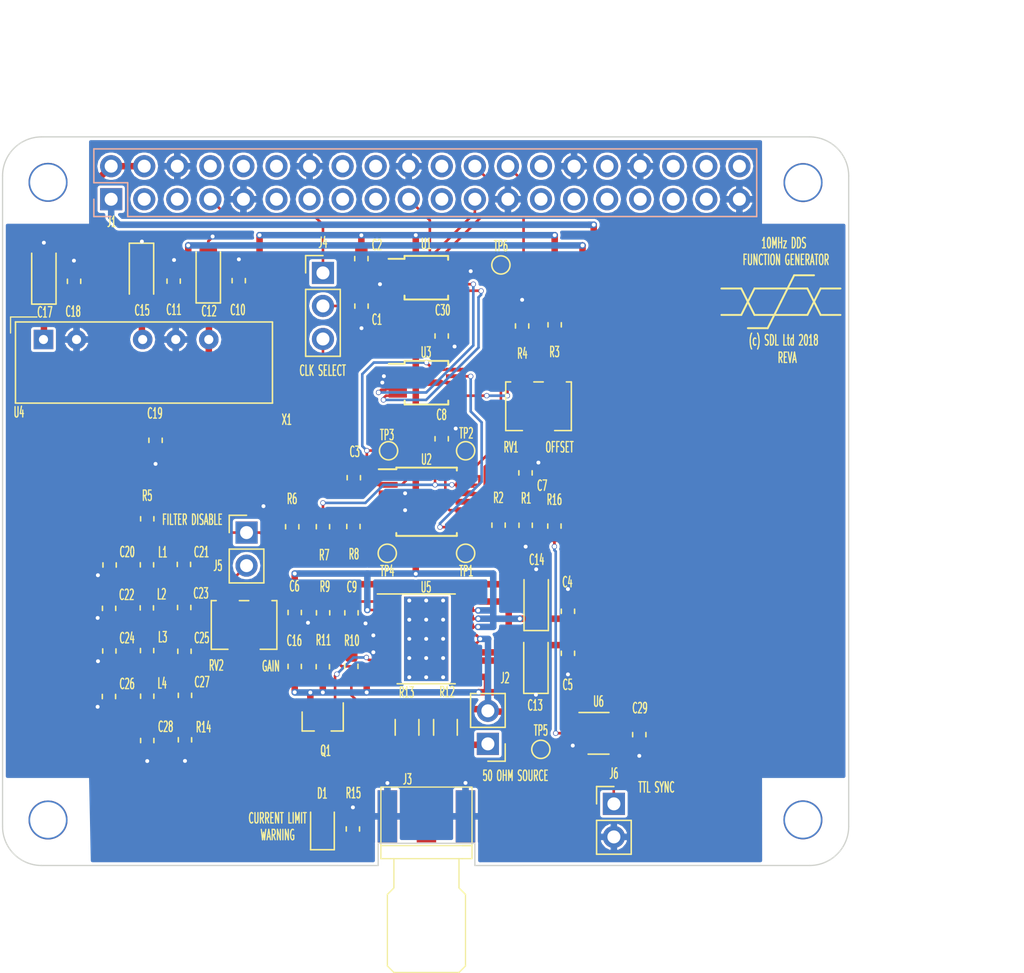
<source format=kicad_pcb>
(kicad_pcb (version 20171130) (host pcbnew 5.0.0-fee4fd1~66~ubuntu18.04.1)
  (layers (0 F.Cu signal) (31 B.Cu signal) (34 B.Paste user hide) (35 F.Paste user hide) (36 B.SilkS user) (37 F.SilkS user) (38 B.Mask user hide) (39 F.Mask user hide) (44 Edge.Cuts user))
  (net 0 "")
  (net 1 GND)
  (net 2 +5V)
  (net 3 -5VA)
  (net 4 +5VA)
  (net 5 "Net-(C2-Pad2)")
  (net 6 "Net-(C1-Pad1)")
  (net 7 "Net-(C3-Pad1)")
  (net 8 "Net-(R1-Pad2)")
  (net 9 "Net-(C3-Pad2)")
  (net 10 "Net-(R4-Pad2)")
  (net 11 "Net-(R3-Pad1)")
  (net 12 "Net-(R6-Pad1)")
  (net 13 "Net-(R7-Pad2)")
  (net 14 "Net-(RV1-Pad2)")
  (net 15 "Net-(C16-Pad1)")
  (net 16 "Net-(R10-Pad2)")
  (net 17 "Net-(J1-Pad23)")
  (net 18 "Net-(J1-Pad21)")
  (net 19 "Net-(J1-Pad26)")
  (net 20 "Net-(J1-Pad19)")
  (net 21 "Net-(J1-Pad7)")
  (net 22 "Net-(J1-Pad24)")
  (net 23 "Net-(U5-Pad4)")
  (net 24 "Net-(J1-Pad3)")
  (net 25 "Net-(J1-Pad5)")
  (net 26 "Net-(J1-Pad8)")
  (net 27 "Net-(J1-Pad10)")
  (net 28 "Net-(J1-Pad11)")
  (net 29 "Net-(J1-Pad12)")
  (net 30 "Net-(J1-Pad13)")
  (net 31 "Net-(J1-Pad15)")
  (net 32 "Net-(J1-Pad16)")
  (net 33 "Net-(J1-Pad17)")
  (net 34 "Net-(J1-Pad18)")
  (net 35 "Net-(J1-Pad22)")
  (net 36 "Net-(J1-Pad27)")
  (net 37 "Net-(J1-Pad28)")
  (net 38 "Net-(J1-Pad29)")
  (net 39 "Net-(J1-Pad31)")
  (net 40 "Net-(J1-Pad32)")
  (net 41 "Net-(J1-Pad33)")
  (net 42 "Net-(J1-Pad35)")
  (net 43 "Net-(J1-Pad36)")
  (net 44 "Net-(J1-Pad37)")
  (net 45 "Net-(J1-Pad38)")
  (net 46 "Net-(J1-Pad40)")
  (net 47 /Vout1)
  (net 48 /Vout2)
  (net 49 "Net-(U5-Pad3)")
  (net 50 "Net-(U5-Pad12)")
  (net 51 "Net-(J4-Pad3)")
  (net 52 "Net-(J4-Pad2)")
  (net 53 "Net-(R9-Pad2)")
  (net 54 "Net-(TP6-Pad1)")
  (net 55 "Net-(C27-Pad1)")
  (net 56 "Net-(J5-Pad1)")
  (net 57 "Net-(C20-Pad1)")
  (net 58 "Net-(C21-Pad1)")
  (net 59 "Net-(C23-Pad1)")
  (net 60 "Net-(C25-Pad1)")
  (net 61 "Net-(Q1-Pad1)")
  (net 62 "Net-(D1-Pad1)")
  (net 63 "Net-(D1-Pad2)")
  (net 64 "Net-(U3-Pad7)")
  (net 65 "Net-(R16-Pad2)")
  (net 66 "Net-(R16-Pad1)")
  (net 67 +3V3)
  (net 68 /TTL_SYNC)
  (module Capacitor_SMD:C_0603_1608Metric (layer F.Cu) (at 112.28 76.12 270)
    (fp_text reference C30 (at -1.98 -0.08) (layer F.SilkS) (effects (font (size 0.8 0.4) (thickness 0.1))))
    (fp_text value 100n)
    (pad 1 smd roundrect (at -0.7875 0 270) (size 0.875 0.95) (layers F.Cu F.Paste F.Mask) (net 4 +5VA))
    (pad 2 smd roundrect (at 0.7875 0 270) (size 0.875 0.95) (layers F.Cu F.Paste F.Mask) (net 1 GND))
  )
  (module Connector_PinHeader_2.54mm:PinHeader_1x02_P2.54mm_Vertical (layer F.Cu) (at 97.29 91.23)
    (fp_text reference J5 (at -2.2 2.55) (layer F.SilkS) (effects (font (size 0.8 0.4) (thickness 0.1))))
    (fp_text value Conn_01x02)
    (pad 1 thru_hole rect (at 0 0) (size 1.7 1.7) (drill 1) (layers *.Cu *.Mask) (net 56 "Net-(J5-Pad1)"))
    (pad 2 thru_hole oval (at 0 2.54) (size 1.7 1.7) (drill 1) (layers *.Cu *.Mask) (net 55 "Net-(C27-Pad1)"))
  )
  (module Resistor_SMD:R_0603_1608Metric (layer F.Cu) (at 120.94 90.73 90)
    (fp_text reference R16 (at 2.03 0 180) (layer F.SilkS) (effects (font (size 0.8 0.4) (thickness 0.1))))
    (fp_text value 1K)
    (pad 1 smd roundrect (at -0.7875 0 90) (size 0.875 0.95) (layers F.Cu F.Paste F.Mask) (net 66 "Net-(R16-Pad1)"))
    (pad 2 smd roundrect (at 0.7875 0 90) (size 0.875 0.95) (layers F.Cu F.Paste F.Mask) (net 65 "Net-(R16-Pad2)"))
  )
  (module Package_SO:TSOP-5_1.65x3.05mm_P0.95mm (layer F.Cu) (at 124.33 106.66)
    (fp_text reference U6 (at 0 -2.45) (layer F.SilkS) (effects (font (size 0.8 0.4) (thickness 0.1))))
    (fp_text value 74AHC1G04GW)
    (pad 1 smd rect (at -1.16 -0.95) (size 0.7 0.51) (layers F.Cu F.Paste F.Mask))
    (pad 2 smd rect (at -1.16 0) (size 0.7 0.51) (layers F.Cu F.Paste F.Mask) (net 66 "Net-(R16-Pad1)"))
    (pad 3 smd rect (at -1.16 0.95) (size 0.7 0.51) (layers F.Cu F.Paste F.Mask) (net 1 GND))
    (pad 4 smd rect (at 1.16 0.95) (size 0.7 0.51) (layers F.Cu F.Paste F.Mask) (net 68 /TTL_SYNC))
    (pad 5 smd rect (at 1.16 -0.95) (size 0.7 0.51) (layers F.Cu F.Paste F.Mask) (net 67 +3V3))
  )
  (module Capacitor_SMD:C_0603_1608Metric (layer F.Cu) (at 127.46 106.76 270)
    (fp_text reference C29 (at -2.04 -0.05) (layer F.SilkS) (effects (font (size 0.8 0.4) (thickness 0.1))))
    (fp_text value 100n)
    (pad 1 smd roundrect (at -0.7875 0 270) (size 0.875 0.95) (layers F.Cu F.Paste F.Mask) (net 67 +3V3))
    (pad 2 smd roundrect (at 0.7875 0 270) (size 0.875 0.95) (layers F.Cu F.Paste F.Mask) (net 1 GND))
  )
  (module Connector_PinHeader_2.54mm:PinHeader_1x02_P2.54mm_Vertical (layer F.Cu) (at 125.51 112.08)
    (fp_text reference J6 (at 0 -2.33) (layer F.SilkS) (effects (font (size 0.8 0.4) (thickness 0.1))))
    (fp_text value Conn_01x02)
    (pad 1 thru_hole rect (at 0 0) (size 1.7 1.7) (drill 1) (layers *.Cu *.Mask) (net 68 /TTL_SYNC))
    (pad 2 thru_hole oval (at 0 2.54) (size 1.7 1.7) (drill 1) (layers *.Cu *.Mask) (net 1 GND))
  )
  (module project_footprints:LED_LH_R974 (layer F.Cu) (at 103.12 113.72 90)
    (fp_text reference D1 (at 2.4475 -0.01 180) (layer F.SilkS) (effects (font (size 0.8 0.4) (thickness 0.1))))
    (fp_text value "LH R974")
    (pad 1 smd roundrect (at -1.0625 0 90) (size 1.2 1.2) (layers F.Cu F.Paste F.Mask) (roundrect_rratio 0.192) (net 62 "Net-(D1-Pad1)"))
    (pad 2 smd roundrect (at 1.0625 0 90) (size 1.2 1.2) (layers F.Cu F.Paste F.Mask) (roundrect_rratio 0.192) (net 63 "Net-(D1-Pad2)"))
  )
  (module Package_TO_SOT_SMD:SOT-23 (layer F.Cu) (at 103.14 105.72 270)
    (fp_text reference Q1 (at 2.28 -0.23) (layer F.SilkS) (effects (font (size 0.8 0.4) (thickness 0.1))))
    (fp_text value BST82)
    (pad 1 smd rect (at -1 -0.95 270) (size 0.9 0.8) (layers F.Cu F.Paste F.Mask) (net 61 "Net-(Q1-Pad1)"))
    (pad 2 smd rect (at -1 0.95 270) (size 0.9 0.8) (layers F.Cu F.Paste F.Mask) (net 3 -5VA))
    (pad 3 smd rect (at 1 0 270) (size 0.9 0.8) (layers F.Cu F.Paste F.Mask) (net 63 "Net-(D1-Pad2)"))
  )
  (module Resistor_SMD:R_0603_1608Metric (layer F.Cu) (at 105.46 114.01 90)
    (fp_text reference R15 (at 2.76 0.04 180) (layer F.SilkS) (effects (font (size 0.8 0.4) (thickness 0.1))))
    (fp_text value 330R)
    (pad 1 smd roundrect (at -0.7875 0 90) (size 0.875 0.95) (layers F.Cu F.Paste F.Mask) (net 62 "Net-(D1-Pad1)"))
    (pad 2 smd roundrect (at 0.7875 0 90) (size 0.875 0.95) (layers F.Cu F.Paste F.Mask) (net 1 GND))
  )
  (module Capacitor_SMD:C_0603_1608Metric (layer F.Cu) (at 89.662 107.2135 270)
    (fp_text reference C28 (at -1.06 -1.41) (layer F.SilkS) (effects (font (size 0.8 0.4) (thickness 0.1))))
    (fp_text value 56p)
    (pad 1 smd roundrect (at -0.7875 0 270) (size 0.875 0.95) (layers F.Cu F.Paste F.Mask) (net 55 "Net-(C27-Pad1)"))
    (pad 2 smd roundrect (at 0.7875 0 270) (size 0.875 0.95) (layers F.Cu F.Paste F.Mask) (net 1 GND))
  )
  (module Capacitor_SMD:C_0603_1608Metric (layer F.Cu) (at 92.56 103.74 90)
    (fp_text reference C27 (at 1.02 1.31 180) (layer F.SilkS) (effects (font (size 0.8 0.4) (thickness 0.1))))
    (fp_text value 120p)
    (pad 2 smd roundrect (at 0.7875 0 90) (size 0.875 0.95) (layers F.Cu F.Paste F.Mask) (net 60 "Net-(C25-Pad1)"))
    (pad 1 smd roundrect (at -0.7875 0 90) (size 0.875 0.95) (layers F.Cu F.Paste F.Mask) (net 55 "Net-(C27-Pad1)"))
  )
  (module Capacitor_SMD:C_0603_1608Metric (layer F.Cu) (at 86.72 103.83 270)
    (fp_text reference C26 (at -0.97 -1.39) (layer F.SilkS) (effects (font (size 0.8 0.4) (thickness 0.1))))
    (fp_text value 75p)
    (pad 1 smd roundrect (at -0.7875 0 270) (size 0.875 0.95) (layers F.Cu F.Paste F.Mask) (net 60 "Net-(C25-Pad1)"))
    (pad 2 smd roundrect (at 0.7875 0 270) (size 0.875 0.95) (layers F.Cu F.Paste F.Mask) (net 1 GND))
  )
  (module Capacitor_SMD:C_0603_1608Metric (layer F.Cu) (at 92.52 100.35 90)
    (fp_text reference C25 (at 1.02 1.33 180) (layer F.SilkS) (effects (font (size 0.8 0.4) (thickness 0.1))))
    (fp_text value 300p)
    (pad 2 smd roundrect (at 0.7875 0 90) (size 0.875 0.95) (layers F.Cu F.Paste F.Mask) (net 59 "Net-(C23-Pad1)"))
    (pad 1 smd roundrect (at -0.7875 0 90) (size 0.875 0.95) (layers F.Cu F.Paste F.Mask) (net 60 "Net-(C25-Pad1)"))
  )
  (module Capacitor_SMD:C_0603_1608Metric (layer F.Cu) (at 86.75 100.33 270)
    (fp_text reference C24 (at -0.9875 -1.36) (layer F.SilkS) (effects (font (size 0.8 0.4) (thickness 0.1))))
    (fp_text value 75p)
    (pad 1 smd roundrect (at -0.7875 0 270) (size 0.875 0.95) (layers F.Cu F.Paste F.Mask) (net 59 "Net-(C23-Pad1)"))
    (pad 2 smd roundrect (at 0.7875 0 270) (size 0.875 0.95) (layers F.Cu F.Paste F.Mask) (net 1 GND))
  )
  (module Capacitor_SMD:C_0603_1608Metric (layer F.Cu) (at 92.5 96.9875 90)
    (fp_text reference C23 (at 1.0875 1.29 180) (layer F.SilkS) (effects (font (size 0.8 0.4) (thickness 0.1))))
    (fp_text value 200p)
    (pad 2 smd roundrect (at 0.7875 0 90) (size 0.875 0.95) (layers F.Cu F.Paste F.Mask) (net 58 "Net-(C21-Pad1)"))
    (pad 1 smd roundrect (at -0.7875 0 90) (size 0.875 0.95) (layers F.Cu F.Paste F.Mask) (net 59 "Net-(C23-Pad1)"))
  )
  (module Capacitor_SMD:C_0603_1608Metric (layer F.Cu) (at 86.73 97.0535 270)
    (fp_text reference C22 (at -1.04 -1.35) (layer F.SilkS) (effects (font (size 0.8 0.4) (thickness 0.1))))
    (fp_text value 75p)
    (pad 1 smd roundrect (at -0.7875 0 270) (size 0.875 0.95) (layers F.Cu F.Paste F.Mask) (net 58 "Net-(C21-Pad1)"))
    (pad 2 smd roundrect (at 0.7875 0 270) (size 0.875 0.95) (layers F.Cu F.Paste F.Mask) (net 1 GND))
  )
  (module Capacitor_SMD:C_0603_1608Metric (layer F.Cu) (at 92.48 93.6775 90)
    (fp_text reference C21 (at 0.95 1.35 180) (layer F.SilkS) (effects (font (size 0.8 0.4) (thickness 0.1))))
    (fp_text value 27p)
    (pad 2 smd roundrect (at 0.7875 0 90) (size 0.875 0.95) (layers F.Cu F.Paste F.Mask) (net 57 "Net-(C20-Pad1)"))
    (pad 1 smd roundrect (at -0.7875 0 90) (size 0.875 0.95) (layers F.Cu F.Paste F.Mask) (net 58 "Net-(C21-Pad1)"))
  )
  (module Capacitor_SMD:C_0603_1608Metric (layer F.Cu) (at 86.77 93.72 270)
    (fp_text reference C20 (at -1 -1.35) (layer F.SilkS) (effects (font (size 0.8 0.4) (thickness 0.1))))
    (fp_text value 100p)
    (pad 1 smd roundrect (at -0.7875 0 270) (size 0.875 0.95) (layers F.Cu F.Paste F.Mask) (net 57 "Net-(C20-Pad1)"))
    (pad 2 smd roundrect (at 0.7875 0 270) (size 0.875 0.95) (layers F.Cu F.Paste F.Mask) (net 1 GND))
  )
  (module Inductor_SMD:L_0603_1608Metric (layer F.Cu) (at 89.65 100.3 270)
    (fp_text reference L3 (at -1.03 -1.2) (layer F.SilkS) (effects (font (size 0.8 0.4) (thickness 0.1))))
    (fp_text value 91n)
    (pad 2 smd roundrect (at 0.7875 0 270) (size 0.875 0.95) (layers F.Cu F.Paste F.Mask) (net 60 "Net-(C25-Pad1)"))
    (pad 1 smd roundrect (at -0.7875 0 270) (size 0.875 0.95) (layers F.Cu F.Paste F.Mask) (net 59 "Net-(C23-Pad1)"))
  )
  (module Inductor_SMD:L_0603_1608Metric (layer F.Cu) (at 89.64 93.7075 270)
    (fp_text reference L1 (at -0.9675 -1.22) (layer F.SilkS) (effects (font (size 0.8 0.4) (thickness 0.1))))
    (fp_text value 300n)
    (pad 1 smd roundrect (at -0.7875 0 270) (size 0.875 0.95) (layers F.Cu F.Paste F.Mask) (net 57 "Net-(C20-Pad1)"))
    (pad 2 smd roundrect (at 0.7875 0 270) (size 0.875 0.95) (layers F.Cu F.Paste F.Mask) (net 58 "Net-(C21-Pad1)"))
  )
  (module Inductor_SMD:L_0603_1608Metric (layer F.Cu) (at 89.66 103.8075 270)
    (fp_text reference L4 (at -0.99 -1.15) (layer F.SilkS) (effects (font (size 0.8 0.4) (thickness 0.1))))
    (fp_text value 180n)
    (pad 2 smd roundrect (at 0.7875 0 270) (size 0.875 0.95) (layers F.Cu F.Paste F.Mask) (net 55 "Net-(C27-Pad1)"))
    (pad 1 smd roundrect (at -0.7875 0 270) (size 0.875 0.95) (layers F.Cu F.Paste F.Mask) (net 60 "Net-(C25-Pad1)"))
  )
  (module Inductor_SMD:L_0603_1608Metric (layer F.Cu) (at 89.63 97.0175 270)
    (fp_text reference L2 (at -1.0475 -1.14) (layer F.SilkS) (effects (font (size 0.8 0.4) (thickness 0.1))))
    (fp_text value 130n)
    (pad 1 smd roundrect (at -0.7875 0 270) (size 0.875 0.95) (layers F.Cu F.Paste F.Mask) (net 58 "Net-(C21-Pad1)"))
    (pad 2 smd roundrect (at 0.7875 0 270) (size 0.875 0.95) (layers F.Cu F.Paste F.Mask) (net 59 "Net-(C23-Pad1)"))
  )
  (module Resistor_SMD:R_0603_1608Metric (layer F.Cu) (at 89.662 90.17 90)
    (fp_text reference R5 (at 1.778 0 180) (layer F.SilkS) (effects (font (size 0.8 0.4) (thickness 0.1))))
    (fp_text value 50R)
    (pad 2 smd roundrect (at 0.7875 0 90) (size 0.875 0.95) (layers F.Cu F.Paste F.Mask) (net 56 "Net-(J5-Pad1)"))
    (pad 1 smd roundrect (at -0.7875 0 90) (size 0.875 0.95) (layers F.Cu F.Paste F.Mask) (net 57 "Net-(C20-Pad1)"))
  )
  (module Resistor_SMD:R_0603_1608Metric (layer F.Cu) (at 92.56 107.1575 90)
    (fp_text reference R14 (at 0.97 1.43 180) (layer F.SilkS) (effects (font (size 0.8 0.4) (thickness 0.1))))
    (fp_text value 50R)
    (pad 1 smd roundrect (at -0.7875 0 90) (size 0.875 0.95) (layers F.Cu F.Paste F.Mask) (net 1 GND))
    (pad 2 smd roundrect (at 0.7875 0 90) (size 0.875 0.95) (layers F.Cu F.Paste F.Mask) (net 55 "Net-(C27-Pad1)"))
  )
  (module Capacitor_Tantalum_SMD:CP_EIA-3216-10_Kemet-I (layer F.Cu) (at 119.54 96.45 90)
    (fp_text reference C14 (at 3.13 0.04 180) (layer F.SilkS) (effects (font (size 0.8 0.4) (thickness 0.1))))
    (fp_text value 10u)
    (pad 1 smd roundrect (at -1.35 0 90) (size 1.4 1.35) (layers F.Cu F.Paste F.Mask) (roundrect_rratio 0.185185) (net 4 +5VA))
    (pad 2 smd roundrect (at 1.35 0 90) (size 1.4 1.35) (layers F.Cu F.Paste F.Mask) (roundrect_rratio 0.185185) (net 1 GND))
  )
  (module Capacitor_Tantalum_SMD:CP_EIA-3216-10_Kemet-I (layer F.Cu) (at 81.72 71.36 90)
    (fp_text reference C17 (at -2.94 0.08 180) (layer F.SilkS) (effects (font (size 0.8 0.4) (thickness 0.1))))
    (fp_text value 10u)
    (pad 2 smd roundrect (at 1.35 0 90) (size 1.4 1.35) (layers F.Cu F.Paste F.Mask) (roundrect_rratio 0.185185) (net 1 GND))
    (pad 1 smd roundrect (at -1.35 0 90) (size 1.4 1.35) (layers F.Cu F.Paste F.Mask) (roundrect_rratio 0.185185) (net 2 +5V))
  )
  (module Capacitor_Tantalum_SMD:CP_EIA-3216-10_Kemet-I (layer F.Cu) (at 89.22 71.3 270)
    (fp_text reference C15 (at 2.85 -0.05) (layer F.SilkS) (effects (font (size 0.8 0.4) (thickness 0.1))))
    (fp_text value 10u)
    (pad 1 smd roundrect (at -1.35 0 270) (size 1.4 1.35) (layers F.Cu F.Paste F.Mask) (roundrect_rratio 0.185185) (net 1 GND))
    (pad 2 smd roundrect (at 1.35 0 270) (size 1.4 1.35) (layers F.Cu F.Paste F.Mask) (roundrect_rratio 0.185185) (net 3 -5VA))
  )
  (module Capacitor_Tantalum_SMD:CP_EIA-3216-10_Kemet-I (layer F.Cu) (at 119.52 101.28 90)
    (fp_text reference C13 (at -3.23 -0.06 180) (layer F.SilkS) (effects (font (size 0.8 0.4) (thickness 0.1))))
    (fp_text value 10u)
    (pad 2 smd roundrect (at 1.35 0 90) (size 1.4 1.35) (layers F.Cu F.Paste F.Mask) (roundrect_rratio 0.185185) (net 3 -5VA))
    (pad 1 smd roundrect (at -1.35 0 90) (size 1.4 1.35) (layers F.Cu F.Paste F.Mask) (roundrect_rratio 0.185185) (net 1 GND))
  )
  (module Capacitor_Tantalum_SMD:CP_EIA-3216-10_Kemet-I (layer F.Cu) (at 94.35 71.27 90)
    (fp_text reference C12 (at -2.94 0.06 180) (layer F.SilkS) (effects (font (size 0.8 0.4) (thickness 0.1))))
    (fp_text value 10u)
    (pad 1 smd roundrect (at -1.35 0 90) (size 1.4 1.35) (layers F.Cu F.Paste F.Mask) (roundrect_rratio 0.185185) (net 4 +5VA))
    (pad 2 smd roundrect (at 1.35 0 90) (size 1.4 1.35) (layers F.Cu F.Paste F.Mask) (roundrect_rratio 0.185185) (net 1 GND))
  )
  (module TestPoint:TestPoint_Pad_D1.0mm (layer F.Cu) (at 116.83 70.66)
    (fp_text reference TP6 (at 0 -1.448) (layer F.SilkS) (effects (font (size 0.8 0.4) (thickness 0.1))))
    (fp_text value TestPoint)
    (pad 1 smd circle (at 0 0) (size 1 1) (layers F.Cu F.Mask) (net 54 "Net-(TP6-Pad1)"))
  )
  (module project_footprints:Potentiometer_Bourns_3214W_Vertical (layer F.Cu) (at 97.1 98.33)
    (fp_text reference RV2 (at -2.13 3.11) (layer F.SilkS) (effects (font (size 0.8 0.4) (thickness 0.1))))
    (fp_text value 200R)
    (pad 1 smd rect (at 1.25 -1.45) (size 1.3 1.6) (layers F.Cu F.Paste F.Mask) (net 53 "Net-(R9-Pad2)"))
    (pad 2 smd rect (at 0 1.45) (size 2 1.6) (layers F.Cu F.Paste F.Mask) (net 53 "Net-(R9-Pad2)"))
    (pad 3 smd rect (at -1.25 -1.45) (size 1.3 1.6) (layers F.Cu F.Paste F.Mask) (net 55 "Net-(C27-Pad1)"))
  )
  (module project_footprints:HTSSOP-20-1EP_4.4x6.5mm_P0.65mm_EP3.4x6.5mm_ThermalVias_smallerpads (layer F.Cu) (at 111.09 99.4)
    (fp_text reference U5 (at -0.01 -3.97) (layer F.SilkS) (effects (font (size 0.8 0.4) (thickness 0.1))))
    (fp_text value OPA564AIDWP)
    (pad 21 smd rect (at 0 0) (size 3.4 6.5) (layers B.Cu))
    (pad 1 smd rect (at -2.95 -2.92) (size 1.45 0.44) (layers F.Cu F.Paste F.Mask) (net 3 -5VA))
    (pad 2 smd rect (at -2.95 -2.27) (size 1.45 0.44) (layers F.Cu F.Paste F.Mask) (net 4 +5VA))
    (pad 3 smd rect (at -2.95 -1.62) (size 1.45 0.44) (layers F.Cu F.Paste F.Mask) (net 49 "Net-(U5-Pad3)"))
    (pad 4 smd rect (at -2.95 -0.97) (size 1.45 0.44) (layers F.Cu F.Paste F.Mask) (net 23 "Net-(U5-Pad4)"))
    (pad 5 smd rect (at -2.95 -0.33) (size 1.45 0.44) (layers F.Cu F.Paste F.Mask) (net 1 GND))
    (pad 6 smd rect (at -2.95 0.33) (size 1.45 0.44) (layers F.Cu F.Paste F.Mask) (net 16 "Net-(R10-Pad2)"))
    (pad 7 smd rect (at -2.95 0.97) (size 1.45 0.44) (layers F.Cu F.Paste F.Mask) (net 1 GND))
    (pad 8 smd rect (at -2.95 1.62) (size 1.45 0.44) (layers F.Cu F.Paste F.Mask) (net 61 "Net-(Q1-Pad1)"))
    (pad 9 smd rect (at -2.95 2.27) (size 1.45 0.44) (layers F.Cu F.Paste F.Mask) (net 15 "Net-(C16-Pad1)"))
    (pad 10 smd rect (at -2.95 2.92) (size 1.45 0.44) (layers F.Cu F.Paste F.Mask) (net 3 -5VA))
    (pad 11 smd rect (at 2.95 2.92) (size 1.45 0.44) (layers F.Cu F.Paste F.Mask) (net 3 -5VA))
    (pad 12 smd rect (at 2.95 2.27) (size 1.45 0.44) (layers F.Cu F.Paste F.Mask) (net 50 "Net-(U5-Pad12)"))
    (pad 13 smd rect (at 2.95 1.62) (size 1.45 0.44) (layers F.Cu F.Paste F.Mask) (net 3 -5VA))
    (pad 14 smd rect (at 2.95 0.97) (size 1.45 0.44) (layers F.Cu F.Paste F.Mask) (net 3 -5VA))
    (pad 15 smd rect (at 2.95 0.33) (size 1.45 0.44) (layers F.Cu F.Paste F.Mask) (net 47 /Vout1))
    (pad 16 smd rect (at 2.95 -0.33) (size 1.45 0.44) (layers F.Cu F.Paste F.Mask) (net 47 /Vout1))
    (pad 17 smd rect (at 2.95 -0.97) (size 1.45 0.44) (layers F.Cu F.Paste F.Mask) (net 4 +5VA))
    (pad 18 smd rect (at 2.95 -1.62) (size 1.45 0.44) (layers F.Cu F.Paste F.Mask) (net 4 +5VA))
    (pad 19 smd rect (at 2.95 -2.27) (size 1.45 0.44) (layers F.Cu F.Paste F.Mask) (net 4 +5VA))
    (pad 20 smd rect (at 2.95 -2.92) (size 1.45 0.44) (layers F.Cu F.Paste F.Mask) (net 3 -5VA))
    (pad 21 thru_hole circle (at -1.3 -2.95) (size 0.6 0.6) (drill 0.3) (layers *.Cu))
    (pad 21 smd rect (at 0 0) (size 3.4 6.5) (layers F.Cu F.Mask))
    (pad 21 thru_hole circle (at 0 -2.95) (size 0.6 0.6) (drill 0.3) (layers *.Cu))
    (pad 21 thru_hole circle (at 1.3 -2.95) (size 0.6 0.6) (drill 0.3) (layers *.Cu))
    (pad 21 thru_hole circle (at 1.3 -1.475) (size 0.6 0.6) (drill 0.3) (layers *.Cu))
    (pad 21 thru_hole circle (at 0 -1.475) (size 0.6 0.6) (drill 0.3) (layers *.Cu))
    (pad 21 thru_hole circle (at -1.3 -1.475) (size 0.6 0.6) (drill 0.3) (layers *.Cu))
    (pad 21 thru_hole circle (at 1.3 0) (size 0.6 0.6) (drill 0.3) (layers *.Cu))
    (pad 21 thru_hole circle (at 0 0) (size 0.6 0.6) (drill 0.3) (layers *.Cu))
    (pad 21 thru_hole circle (at -1.3 0) (size 0.6 0.6) (drill 0.3) (layers *.Cu))
    (pad 21 thru_hole circle (at 1.3 1.475) (size 0.6 0.6) (drill 0.3) (layers *.Cu))
    (pad 21 thru_hole circle (at 0 1.475) (size 0.6 0.6) (drill 0.3) (layers *.Cu))
    (pad 21 thru_hole circle (at -1.3 1.475) (size 0.6 0.6) (drill 0.3) (layers *.Cu))
    (pad 21 thru_hole circle (at 1.3 2.95) (size 0.6 0.6) (drill 0.3) (layers *.Cu))
    (pad 21 thru_hole circle (at 0 2.95) (size 0.6 0.6) (drill 0.3) (layers *.Cu))
    (pad 21 thru_hole circle (at -1.3 2.95) (size 0.6 0.6) (drill 0.3) (layers *.Cu))
  )
  (module Capacitor_SMD:C_0603_1608Metric (layer F.Cu) (at 90.3 84.1375 270)
    (fp_text reference C19 (at -2.0675 0.05) (layer F.SilkS) (effects (font (size 0.8 0.4) (thickness 0.1))))
    (fp_text value 100n)
    (pad 1 smd roundrect (at -0.7875 0 270) (size 0.875 0.95) (layers F.Cu F.Paste F.Mask) (net 4 +5VA))
    (pad 2 smd roundrect (at 0.7875 0 270) (size 0.875 0.95) (layers F.Cu F.Paste F.Mask) (net 1 GND))
  )
  (module Connector_PinHeader_2.54mm:PinHeader_1x03_P2.54mm_Vertical (layer F.Cu) (at 103.16 71.27)
    (fp_text reference J4 (at 0 -2.33) (layer F.SilkS) (effects (font (size 0.8 0.4) (thickness 0.1))))
    (fp_text value Conn_01x03)
    (pad 1 thru_hole rect (at 0 0) (size 1.7 1.7) (drill 1) (layers *.Cu *.Mask) (net 21 "Net-(J1-Pad7)"))
    (pad 2 thru_hole oval (at 0 2.54) (size 1.7 1.7) (drill 1) (layers *.Cu *.Mask) (net 52 "Net-(J4-Pad2)"))
    (pad 3 thru_hole oval (at 0 5.08) (size 1.7 1.7) (drill 1) (layers *.Cu *.Mask) (net 51 "Net-(J4-Pad3)"))
  )
  (module project_footprints:S75005-50.000-X-15 (layer F.Cu) (at 95.935001 85.43)
    (fp_text reference X1 (at 4.444999 -2.88 180) (layer F.SilkS) (effects (font (size 0.8 0.4) (thickness 0.1))))
    (fp_text value S75005-50.000-X-15)
    (pad 1 smd rect (at -2.65 2.1) (size 2 2) (layers F.Cu F.Paste F.Mask) (net 4 +5VA))
    (pad 2 smd rect (at 2.65 2.1) (size 2 2) (layers F.Cu F.Paste F.Mask) (net 1 GND))
    (pad 3 smd rect (at 2.65 -2.1) (size 2 2) (layers F.Cu F.Paste F.Mask) (net 51 "Net-(J4-Pad3)"))
    (pad 4 smd rect (at -2.65 -2.1) (size 2 2) (layers F.Cu F.Paste F.Mask) (net 4 +5VA))
  )
  (module project_footprints:Potentiometer_Bourns_3214W_Vertical (layer F.Cu) (at 119.72 81.52)
    (fp_text reference RV1 (at -2.11 3.15) (layer F.SilkS) (effects (font (size 0.8 0.4) (thickness 0.1))))
    (fp_text value 200R)
    (pad 1 smd rect (at 1.25 -1.45) (size 1.3 1.6) (layers F.Cu F.Paste F.Mask) (net 11 "Net-(R3-Pad1)"))
    (pad 2 smd rect (at 0 1.45) (size 2 1.6) (layers F.Cu F.Paste F.Mask) (net 14 "Net-(RV1-Pad2)"))
    (pad 3 smd rect (at -1.25 -1.45) (size 1.3 1.6) (layers F.Cu F.Paste F.Mask) (net 10 "Net-(R4-Pad2)"))
  )
  (module project_footprints:SMA_EdgeMount (layer F.Cu) (at 111.11 112.54 270)
    (fp_text reference J3 (at -2.35 1.46) (layer F.SilkS) (effects (font (size 0.8 0.4) (thickness 0.1))))
    (fp_text value Conn_Coaxial)
    (pad 2 smd rect (at 0.5 3) (size 1.5 4) (layers B.Cu B.Paste B.Mask) (net 1 GND))
    (pad 2 smd rect (at 0.5 -3) (size 1.5 4) (layers F.Cu F.Paste F.Mask) (net 1 GND))
    (pad 2 smd rect (at 0.5 -3) (size 1.5 4) (layers B.Cu B.Paste B.Mask) (net 1 GND))
    (pad 1 smd rect (at 0.5 0) (size 1.5 4) (layers F.Cu F.Paste F.Mask) (net 48 /Vout2))
    (pad 2 smd rect (at 0.5 3) (size 1.5 4) (layers F.Cu F.Paste F.Mask) (net 1 GND))
  )
  (module Connector_PinHeader_2.54mm:PinHeader_1x02_P2.54mm_Vertical (layer F.Cu) (at 115.83 107.47 180)
    (fp_text reference J2 (at -1.32 5.06 180) (layer F.SilkS) (effects (font (size 0.8 0.4) (thickness 0.1))))
    (fp_text value Conn_01x02)
    (pad 1 thru_hole rect (at 0 0 180) (size 1.7 1.7) (drill 1) (layers *.Cu *.Mask) (net 48 /Vout2))
    (pad 2 thru_hole oval (at 0 2.54 180) (size 1.7 1.7) (drill 1) (layers *.Cu *.Mask) (net 47 /Vout1))
  )
  (module Capacitor_SMD:C_0603_1608Metric (layer F.Cu) (at 96.69 71.8675 90)
    (fp_text reference C10 (at -2.2525 -0.07 180) (layer F.SilkS) (effects (font (size 0.8 0.4) (thickness 0.1))))
    (fp_text value 100n)
    (pad 1 smd roundrect (at -0.7875 0 90) (size 0.875 0.95) (layers F.Cu F.Paste F.Mask) (net 4 +5VA))
    (pad 2 smd roundrect (at 0.7875 0 90) (size 0.875 0.95) (layers F.Cu F.Paste F.Mask) (net 1 GND))
  )
  (module Capacitor_SMD:C_0603_1608Metric (layer F.Cu) (at 121.98 97.2775 90)
    (fp_text reference C4 (at 2.2375 -0.04 180) (layer F.SilkS) (effects (font (size 0.8 0.4) (thickness 0.1))))
    (fp_text value 100n)
    (pad 2 smd roundrect (at 0.7875 0 90) (size 0.875 0.95) (layers F.Cu F.Paste F.Mask) (net 1 GND))
    (pad 1 smd roundrect (at -0.7875 0 90) (size 0.875 0.95) (layers F.Cu F.Paste F.Mask) (net 4 +5VA))
  )
  (module Capacitor_SMD:C_0603_1608Metric (layer F.Cu) (at 121.98 100.5075 90)
    (fp_text reference C5 (at -2.4225 -0.02 180) (layer F.SilkS) (effects (font (size 0.8 0.4) (thickness 0.1))))
    (fp_text value 100n)
    (pad 1 smd roundrect (at -0.7875 0 90) (size 0.875 0.95) (layers F.Cu F.Paste F.Mask) (net 1 GND))
    (pad 2 smd roundrect (at 0.7875 0 90) (size 0.875 0.95) (layers F.Cu F.Paste F.Mask) (net 3 -5VA))
  )
  (module Capacitor_SMD:C_0603_1608Metric (layer F.Cu) (at 118.72 86.6425 270)
    (fp_text reference C7 (at 0.9775 -1.28) (layer F.SilkS) (effects (font (size 0.8 0.4) (thickness 0.1))))
    (fp_text value 100n)
    (pad 2 smd roundrect (at 0.7875 0 270) (size 0.875 0.95) (layers F.Cu F.Paste F.Mask) (net 3 -5VA))
    (pad 1 smd roundrect (at -0.7875 0 270) (size 0.875 0.95) (layers F.Cu F.Paste F.Mask) (net 1 GND))
  )
  (module Capacitor_SMD:C_0603_1608Metric (layer F.Cu) (at 112.28 84.02 90)
    (fp_text reference C8 (at 1.84 -0.01 180) (layer F.SilkS) (effects (font (size 0.8 0.4) (thickness 0.1))))
    (fp_text value 100n)
    (pad 1 smd roundrect (at -0.7875 0 90) (size 0.875 0.95) (layers F.Cu F.Paste F.Mask) (net 4 +5VA))
    (pad 2 smd roundrect (at 0.7875 0 90) (size 0.875 0.95) (layers F.Cu F.Paste F.Mask) (net 1 GND))
  )
  (module Capacitor_SMD:C_0603_1608Metric (layer F.Cu) (at 105.35 97.3975 90)
    (fp_text reference C9 (at 1.9875 0.03 180) (layer F.SilkS) (effects (font (size 0.8 0.4) (thickness 0.1))))
    (fp_text value 100n)
    (pad 2 smd roundrect (at 0.7875 0 90) (size 0.875 0.95) (layers F.Cu F.Paste F.Mask) (net 3 -5VA))
    (pad 1 smd roundrect (at -0.7875 0 90) (size 0.875 0.95) (layers F.Cu F.Paste F.Mask) (net 1 GND))
  )
  (module Capacitor_SMD:C_0603_1608Metric (layer F.Cu) (at 91.69 71.9025 270)
    (fp_text reference C11 (at 2.1975 -0.02) (layer F.SilkS) (effects (font (size 0.8 0.4) (thickness 0.1))))
    (fp_text value 100n)
    (pad 1 smd roundrect (at -0.7875 0 270) (size 0.875 0.95) (layers F.Cu F.Paste F.Mask) (net 1 GND))
    (pad 2 smd roundrect (at 0.7875 0 270) (size 0.875 0.95) (layers F.Cu F.Paste F.Mask) (net 3 -5VA))
  )
  (module Capacitor_SMD:C_0603_1608Metric (layer F.Cu) (at 100.99 101.5175 270)
    (fp_text reference C16 (at -1.98 0.03) (layer F.SilkS) (effects (font (size 0.8 0.4) (thickness 0.1))))
    (fp_text value 1n)
    (pad 2 smd roundrect (at 0.7875 0 270) (size 0.875 0.95) (layers F.Cu F.Paste F.Mask) (net 3 -5VA))
    (pad 1 smd roundrect (at -0.7875 0 270) (size 0.875 0.95) (layers F.Cu F.Paste F.Mask) (net 15 "Net-(C16-Pad1)"))
  )
  (module Capacitor_SMD:C_0603_1608Metric (layer F.Cu) (at 84.04 71.9175 90)
    (fp_text reference C18 (at -2.3225 -0.07 180) (layer F.SilkS) (effects (font (size 0.8 0.4) (thickness 0.1))))
    (fp_text value 100n)
    (pad 1 smd roundrect (at -0.7875 0 90) (size 0.875 0.95) (layers F.Cu F.Paste F.Mask) (net 2 +5V))
    (pad 2 smd roundrect (at 0.7875 0 90) (size 0.875 0.95) (layers F.Cu F.Paste F.Mask) (net 1 GND))
  )
  (module Connector_PinSocket_2.54mm:PinSocket_2x20_P2.54mm_Vertical (layer B.Cu) (at 86.89 65.61 270)
    (fp_text reference J1 (at 1.73 -0.04) (layer F.SilkS) (effects (font (size 0.8 0.4) (thickness 0.1))))
    (fp_text value RPi)
    (pad 1 thru_hole rect (at 0 0 270) (size 1.7 1.7) (drill 1) (layers *.Cu *.Mask) (net 67 +3V3))
    (pad 2 thru_hole oval (at -2.54 0 270) (size 1.7 1.7) (drill 1) (layers *.Cu *.Mask) (net 2 +5V))
    (pad 3 thru_hole oval (at 0 -2.54 270) (size 1.7 1.7) (drill 1) (layers *.Cu *.Mask) (net 24 "Net-(J1-Pad3)"))
    (pad 4 thru_hole oval (at -2.54 -2.54 270) (size 1.7 1.7) (drill 1) (layers *.Cu *.Mask) (net 2 +5V))
    (pad 5 thru_hole oval (at 0 -5.08 270) (size 1.7 1.7) (drill 1) (layers *.Cu *.Mask) (net 25 "Net-(J1-Pad5)"))
    (pad 6 thru_hole oval (at -2.54 -5.08 270) (size 1.7 1.7) (drill 1) (layers *.Cu *.Mask) (net 1 GND))
    (pad 7 thru_hole oval (at 0 -7.62 270) (size 1.7 1.7) (drill 1) (layers *.Cu *.Mask) (net 21 "Net-(J1-Pad7)"))
    (pad 8 thru_hole oval (at -2.54 -7.62 270) (size 1.7 1.7) (drill 1) (layers *.Cu *.Mask) (net 26 "Net-(J1-Pad8)"))
    (pad 9 thru_hole oval (at 0 -10.16 270) (size 1.7 1.7) (drill 1) (layers *.Cu *.Mask) (net 1 GND))
    (pad 10 thru_hole oval (at -2.54 -10.16 270) (size 1.7 1.7) (drill 1) (layers *.Cu *.Mask) (net 27 "Net-(J1-Pad10)"))
    (pad 11 thru_hole oval (at 0 -12.7 270) (size 1.7 1.7) (drill 1) (layers *.Cu *.Mask) (net 28 "Net-(J1-Pad11)"))
    (pad 12 thru_hole oval (at -2.54 -12.7 270) (size 1.7 1.7) (drill 1) (layers *.Cu *.Mask) (net 29 "Net-(J1-Pad12)"))
    (pad 13 thru_hole oval (at 0 -15.24 270) (size 1.7 1.7) (drill 1) (layers *.Cu *.Mask) (net 30 "Net-(J1-Pad13)"))
    (pad 14 thru_hole oval (at -2.54 -15.24 270) (size 1.7 1.7) (drill 1) (layers *.Cu *.Mask) (net 1 GND))
    (pad 15 thru_hole oval (at 0 -17.78 270) (size 1.7 1.7) (drill 1) (layers *.Cu *.Mask) (net 31 "Net-(J1-Pad15)"))
    (pad 16 thru_hole oval (at -2.54 -17.78 270) (size 1.7 1.7) (drill 1) (layers *.Cu *.Mask) (net 32 "Net-(J1-Pad16)"))
    (pad 17 thru_hole oval (at 0 -20.32 270) (size 1.7 1.7) (drill 1) (layers *.Cu *.Mask) (net 33 "Net-(J1-Pad17)"))
    (pad 18 thru_hole oval (at -2.54 -20.32 270) (size 1.7 1.7) (drill 1) (layers *.Cu *.Mask) (net 34 "Net-(J1-Pad18)"))
    (pad 19 thru_hole oval (at 0 -22.86 270) (size 1.7 1.7) (drill 1) (layers *.Cu *.Mask) (net 20 "Net-(J1-Pad19)"))
    (pad 20 thru_hole oval (at -2.54 -22.86 270) (size 1.7 1.7) (drill 1) (layers *.Cu *.Mask) (net 1 GND))
    (pad 21 thru_hole oval (at 0 -25.4 270) (size 1.7 1.7) (drill 1) (layers *.Cu *.Mask) (net 18 "Net-(J1-Pad21)"))
    (pad 22 thru_hole oval (at -2.54 -25.4 270) (size 1.7 1.7) (drill 1) (layers *.Cu *.Mask) (net 35 "Net-(J1-Pad22)"))
    (pad 23 thru_hole oval (at 0 -27.94 270) (size 1.7 1.7) (drill 1) (layers *.Cu *.Mask) (net 17 "Net-(J1-Pad23)"))
    (pad 24 thru_hole oval (at -2.54 -27.94 270) (size 1.7 1.7) (drill 1) (layers *.Cu *.Mask) (net 22 "Net-(J1-Pad24)"))
    (pad 25 thru_hole oval (at 0 -30.48 270) (size 1.7 1.7) (drill 1) (layers *.Cu *.Mask) (net 1 GND))
    (pad 26 thru_hole oval (at -2.54 -30.48 270) (size 1.7 1.7) (drill 1) (layers *.Cu *.Mask) (net 19 "Net-(J1-Pad26)"))
    (pad 27 thru_hole oval (at 0 -33.02 270) (size 1.7 1.7) (drill 1) (layers *.Cu *.Mask) (net 36 "Net-(J1-Pad27)"))
    (pad 28 thru_hole oval (at -2.54 -33.02 270) (size 1.7 1.7) (drill 1) (layers *.Cu *.Mask) (net 37 "Net-(J1-Pad28)"))
    (pad 29 thru_hole oval (at 0 -35.56 270) (size 1.7 1.7) (drill 1) (layers *.Cu *.Mask) (net 38 "Net-(J1-Pad29)"))
    (pad 30 thru_hole oval (at -2.54 -35.56 270) (size 1.7 1.7) (drill 1) (layers *.Cu *.Mask) (net 1 GND))
    (pad 31 thru_hole oval (at 0 -38.1 270) (size 1.7 1.7) (drill 1) (layers *.Cu *.Mask) (net 39 "Net-(J1-Pad31)"))
    (pad 32 thru_hole oval (at -2.54 -38.1 270) (size 1.7 1.7) (drill 1) (layers *.Cu *.Mask) (net 40 "Net-(J1-Pad32)"))
    (pad 33 thru_hole oval (at 0 -40.64 270) (size 1.7 1.7) (drill 1) (layers *.Cu *.Mask) (net 41 "Net-(J1-Pad33)"))
    (pad 34 thru_hole oval (at -2.54 -40.64 270) (size 1.7 1.7) (drill 1) (layers *.Cu *.Mask) (net 1 GND))
    (pad 35 thru_hole oval (at 0 -43.18 270) (size 1.7 1.7) (drill 1) (layers *.Cu *.Mask) (net 42 "Net-(J1-Pad35)"))
    (pad 36 thru_hole oval (at -2.54 -43.18 270) (size 1.7 1.7) (drill 1) (layers *.Cu *.Mask) (net 43 "Net-(J1-Pad36)"))
    (pad 37 thru_hole oval (at 0 -45.72 270) (size 1.7 1.7) (drill 1) (layers *.Cu *.Mask) (net 44 "Net-(J1-Pad37)"))
    (pad 38 thru_hole oval (at -2.54 -45.72 270) (size 1.7 1.7) (drill 1) (layers *.Cu *.Mask) (net 45 "Net-(J1-Pad38)"))
    (pad 39 thru_hole oval (at 0 -48.26 270) (size 1.7 1.7) (drill 1) (layers *.Cu *.Mask) (net 1 GND))
    (pad 40 thru_hole oval (at -2.54 -48.26 270) (size 1.7 1.7) (drill 1) (layers *.Cu *.Mask) (net 46 "Net-(J1-Pad40)"))
  )
  (module Package_SO:MSOP-10_3x3mm_P0.5mm (layer F.Cu) (at 111.11 79.71)
    (fp_text reference U3 (at -0.03 -2.33) (layer F.SilkS) (effects (font (size 0.8 0.4) (thickness 0.1))))
    (fp_text value AD5443)
    (pad 1 smd rect (at -2.2 -1) (size 1.4 0.3) (layers F.Cu F.Paste F.Mask) (net 9 "Net-(C3-Pad2)"))
    (pad 2 smd rect (at -2.2 -0.5) (size 1.4 0.3) (layers F.Cu F.Paste F.Mask) (net 1 GND))
    (pad 3 smd rect (at -2.2 0) (size 1.4 0.3) (layers F.Cu F.Paste F.Mask) (net 1 GND))
    (pad 4 smd rect (at -2.2 0.5) (size 1.4 0.3) (layers F.Cu F.Paste F.Mask) (net 17 "Net-(J1-Pad23)"))
    (pad 5 smd rect (at -2.2 1) (size 1.4 0.3) (layers F.Cu F.Paste F.Mask) (net 20 "Net-(J1-Pad19)"))
    (pad 6 smd rect (at 2.2 1) (size 1.4 0.3) (layers F.Cu F.Paste F.Mask) (net 19 "Net-(J1-Pad26)"))
    (pad 7 smd rect (at 2.2 0.5) (size 1.4 0.3) (layers F.Cu F.Paste F.Mask) (net 64 "Net-(U3-Pad7)"))
    (pad 8 smd rect (at 2.2 0) (size 1.4 0.3) (layers F.Cu F.Paste F.Mask) (net 4 +5VA))
    (pad 9 smd rect (at 2.2 -0.5) (size 1.4 0.3) (layers F.Cu F.Paste F.Mask) (net 65 "Net-(R16-Pad2)"))
    (pad 10 smd rect (at 2.2 -1) (size 1.4 0.3) (layers F.Cu F.Paste F.Mask) (net 7 "Net-(C3-Pad1)"))
  )
  (module Package_SO:TSSOP-14_4.4x5mm_P0.65mm (layer F.Cu) (at 111.12 88.86)
    (fp_text reference U2 (at -0.01 -3.25) (layer F.SilkS) (effects (font (size 0.8 0.4) (thickness 0.1))))
    (fp_text value OPA4197AIPW)
    (pad 1 smd rect (at -2.95 -1.95) (size 1.45 0.45) (layers F.Cu F.Paste F.Mask) (net 7 "Net-(C3-Pad1)"))
    (pad 2 smd rect (at -2.95 -1.3) (size 1.45 0.45) (layers F.Cu F.Paste F.Mask) (net 9 "Net-(C3-Pad2)"))
    (pad 3 smd rect (at -2.95 -0.65) (size 1.45 0.45) (layers F.Cu F.Paste F.Mask) (net 1 GND))
    (pad 4 smd rect (at -2.95 0) (size 1.45 0.45) (layers F.Cu F.Paste F.Mask) (net 4 +5VA))
    (pad 5 smd rect (at -2.95 0.65) (size 1.45 0.45) (layers F.Cu F.Paste F.Mask) (net 1 GND))
    (pad 6 smd rect (at -2.95 1.3) (size 1.45 0.45) (layers F.Cu F.Paste F.Mask) (net 12 "Net-(R6-Pad1)"))
    (pad 7 smd rect (at -2.95 1.95) (size 1.45 0.45) (layers F.Cu F.Paste F.Mask) (net 56 "Net-(J5-Pad1)"))
    (pad 8 smd rect (at 2.95 1.95) (size 1.45 0.45) (layers F.Cu F.Paste F.Mask) (net 65 "Net-(R16-Pad2)"))
    (pad 9 smd rect (at 2.95 1.3) (size 1.45 0.45) (layers F.Cu F.Paste F.Mask) (net 8 "Net-(R1-Pad2)"))
    (pad 10 smd rect (at 2.95 0.65) (size 1.45 0.45) (layers F.Cu F.Paste F.Mask) (net 54 "Net-(TP6-Pad1)"))
    (pad 11 smd rect (at 2.95 0) (size 1.45 0.45) (layers F.Cu F.Paste F.Mask) (net 3 -5VA))
    (pad 12 smd rect (at 2.95 -0.65) (size 1.45 0.45) (layers F.Cu F.Paste F.Mask) (net 14 "Net-(RV1-Pad2)"))
    (pad 13 smd rect (at 2.95 -1.3) (size 1.45 0.45) (layers F.Cu F.Paste F.Mask) (net 13 "Net-(R7-Pad2)"))
    (pad 14 smd rect (at 2.95 -1.95) (size 1.45 0.45) (layers F.Cu F.Paste F.Mask) (net 13 "Net-(R7-Pad2)"))
  )
  (module Resistor_SMD:R_0603_1608Metric (layer F.Cu) (at 105.34 101.51 90)
    (fp_text reference R10 (at 1.9775 0.04 180) (layer F.SilkS) (effects (font (size 0.8 0.4) (thickness 0.1))))
    (fp_text value 1K)
    (pad 2 smd roundrect (at 0.7875 0 90) (size 0.875 0.95) (layers F.Cu F.Paste F.Mask) (net 16 "Net-(R10-Pad2)"))
    (pad 1 smd roundrect (at -0.7875 0 90) (size 0.875 0.95) (layers F.Cu F.Paste F.Mask) (net 47 /Vout1))
  )
  (module Resistor_SMD:R_0603_1608Metric (layer F.Cu) (at 103.15 101.5375 90)
    (fp_text reference R11 (at 2.0375 0.05 180) (layer F.SilkS) (effects (font (size 0.8 0.4) (thickness 0.1))))
    (fp_text value 200K)
    (pad 1 smd roundrect (at -0.7875 0 90) (size 0.875 0.95) (layers F.Cu F.Paste F.Mask) (net 3 -5VA))
    (pad 2 smd roundrect (at 0.7875 0 90) (size 0.875 0.95) (layers F.Cu F.Paste F.Mask) (net 15 "Net-(C16-Pad1)"))
  )
  (module Resistor_SMD:R_1206_3216Metric (layer F.Cu) (at 112.57 106.2 90)
    (fp_text reference R12 (at 2.72 0.13 180) (layer F.SilkS) (effects (font (size 0.8 0.4) (thickness 0.1))))
    (fp_text value "100R 400mW")
    (pad 2 smd roundrect (at 1.4 0 90) (size 1.25 1.75) (layers F.Cu F.Paste F.Mask) (roundrect_rratio 0.2) (net 47 /Vout1))
    (pad 1 smd roundrect (at -1.4 0 90) (size 1.25 1.75) (layers F.Cu F.Paste F.Mask) (roundrect_rratio 0.2) (net 48 /Vout2))
  )
  (module Resistor_SMD:R_1206_3216Metric (layer F.Cu) (at 109.62 106.2 90)
    (fp_text reference R13 (at 2.69 -0.03 180) (layer F.SilkS) (effects (font (size 0.8 0.4) (thickness 0.1))))
    (fp_text value "100R 400mW")
    (pad 1 smd roundrect (at -1.4 0 90) (size 1.25 1.75) (layers F.Cu F.Paste F.Mask) (roundrect_rratio 0.2) (net 48 /Vout2))
    (pad 2 smd roundrect (at 1.4 0 90) (size 1.25 1.75) (layers F.Cu F.Paste F.Mask) (roundrect_rratio 0.2) (net 47 /Vout1))
  )
  (module project_footprints:Converter_DCDC_XPPower_IA503S (layer F.Cu) (at 81.69 76.39 90)
    (fp_text reference U4 (at -5.59 -1.88 180) (layer F.SilkS) (effects (font (size 0.8 0.4) (thickness 0.1))))
    (fp_text value IA505S)
    (pad 1 thru_hole rect (at 0 0 90) (size 1.5 1.5) (drill 0.7) (layers *.Cu *.Mask) (net 2 +5V))
    (pad 2 thru_hole oval (at 0 2.54 90) (size 1.5 1.5) (drill 0.7) (layers *.Cu *.Mask) (net 1 GND))
    (pad 4 thru_hole oval (at 0 7.62 90) (size 1.5 1.5) (drill 0.7) (layers *.Cu *.Mask) (net 3 -5VA))
    (pad 5 thru_hole oval (at 0 10.16 90) (size 1.5 1.5) (drill 0.7) (layers *.Cu *.Mask) (net 1 GND))
    (pad 6 thru_hole oval (at 0 12.7 90) (size 1.5 1.5) (drill 0.7) (layers *.Cu *.Mask) (net 4 +5VA))
  )
  (module TestPoint:TestPoint_Pad_D1.0mm (layer F.Cu) (at 119.9 107.89)
    (fp_text reference TP5 (at 0 -1.448) (layer F.SilkS) (effects (font (size 0.8 0.4) (thickness 0.1))))
    (fp_text value TestPoint)
    (pad 1 smd circle (at 0 0) (size 1 1) (layers F.Cu F.Mask) (net 47 /Vout1))
  )
  (module TestPoint:TestPoint_Pad_D1.0mm (layer F.Cu) (at 108.1 92.82 180)
    (fp_text reference TP4 (at 0 -1.37 180) (layer F.SilkS) (effects (font (size 0.8 0.4) (thickness 0.1))))
    (fp_text value TestPoint)
    (pad 1 smd circle (at 0 0 180) (size 1 1) (layers F.Cu F.Mask) (net 56 "Net-(J5-Pad1)"))
  )
  (module TestPoint:TestPoint_Pad_D1.0mm (layer F.Cu) (at 108.2 84.94)
    (fp_text reference TP3 (at -0.12 -1.21) (layer F.SilkS) (effects (font (size 0.8 0.4) (thickness 0.1))))
    (fp_text value TestPoint)
    (pad 1 smd circle (at 0 0) (size 1 1) (layers F.Cu F.Mask) (net 7 "Net-(C3-Pad1)"))
  )
  (module TestPoint:TestPoint_Pad_D1.0mm (layer F.Cu) (at 114.12 92.82)
    (fp_text reference TP1 (at 0.05 1.37) (layer F.SilkS) (effects (font (size 0.8 0.4) (thickness 0.1))))
    (fp_text value TestPoint)
    (pad 1 smd circle (at 0 0) (size 1 1) (layers F.Cu F.Mask) (net 65 "Net-(R16-Pad2)"))
  )
  (module TestPoint:TestPoint_Pad_D1.0mm (layer F.Cu) (at 114.12 84.94)
    (fp_text reference TP2 (at 0.05 -1.34) (layer F.SilkS) (effects (font (size 0.8 0.4) (thickness 0.1))))
    (fp_text value TestPoint)
    (pad 1 smd circle (at 0 0) (size 1 1) (layers F.Cu F.Mask) (net 13 "Net-(R7-Pad2)"))
  )
  (module Capacitor_SMD:C_0603_1608Metric (layer F.Cu) (at 100.99 97.3725 270)
    (fp_text reference C6 (at -2.02 0.02) (layer F.SilkS) (effects (font (size 0.8 0.4) (thickness 0.1))))
    (fp_text value 100n)
    (pad 1 smd roundrect (at -0.7875 0 270) (size 0.875 0.95) (layers F.Cu F.Paste F.Mask) (net 4 +5VA))
    (pad 2 smd roundrect (at 0.7875 0 270) (size 0.875 0.95) (layers F.Cu F.Paste F.Mask) (net 1 GND))
  )
  (module Resistor_SMD:R_0603_1608Metric (layer F.Cu) (at 103.16 90.7775 90)
    (fp_text reference R7 (at -2.1825 0.1 180) (layer F.SilkS) (effects (font (size 0.8 0.4) (thickness 0.1))))
    (fp_text value 1K)
    (pad 2 smd roundrect (at 0.7875 0 90) (size 0.875 0.95) (layers F.Cu F.Paste F.Mask) (net 13 "Net-(R7-Pad2)"))
    (pad 1 smd roundrect (at -0.7875 0 90) (size 0.875 0.95) (layers F.Cu F.Paste F.Mask) (net 12 "Net-(R6-Pad1)"))
  )
  (module Resistor_SMD:R_0603_1608Metric (layer F.Cu) (at 100.8 90.78 90)
    (fp_text reference R6 (at 2.14 -0.01 180) (layer F.SilkS) (effects (font (size 0.8 0.4) (thickness 0.1))))
    (fp_text value 1K)
    (pad 1 smd roundrect (at -0.7875 0 90) (size 0.875 0.95) (layers F.Cu F.Paste F.Mask) (net 12 "Net-(R6-Pad1)"))
    (pad 2 smd roundrect (at 0.7875 0 90) (size 0.875 0.95) (layers F.Cu F.Paste F.Mask) (net 7 "Net-(C3-Pad1)"))
  )
  (module Resistor_SMD:R_0603_1608Metric (layer F.Cu) (at 105.5 90.7625 90)
    (fp_text reference R8 (at -2.1275 0.04 180) (layer F.SilkS) (effects (font (size 0.8 0.4) (thickness 0.1))))
    (fp_text value 1K)
    (pad 2 smd roundrect (at 0.7875 0 90) (size 0.875 0.95) (layers F.Cu F.Paste F.Mask) (net 12 "Net-(R6-Pad1)"))
    (pad 1 smd roundrect (at -0.7875 0 90) (size 0.875 0.95) (layers F.Cu F.Paste F.Mask) (net 56 "Net-(J5-Pad1)"))
  )
  (module Resistor_SMD:R_0603_1608Metric (layer F.Cu) (at 103.17 97.3975 90)
    (fp_text reference R9 (at 2.0125 0.14 180) (layer F.SilkS) (effects (font (size 0.8 0.4) (thickness 0.1))))
    (fp_text value 1K8)
    (pad 1 smd roundrect (at -0.7875 0 90) (size 0.875 0.95) (layers F.Cu F.Paste F.Mask) (net 16 "Net-(R10-Pad2)"))
    (pad 2 smd roundrect (at 0.7875 0 90) (size 0.875 0.95) (layers F.Cu F.Paste F.Mask) (net 53 "Net-(R9-Pad2)"))
  )
  (module Resistor_SMD:R_0603_1608Metric (layer F.Cu) (at 116.65 90.66 90)
    (fp_text reference R2 (at 2.1 -0.01 180) (layer F.SilkS) (effects (font (size 0.8 0.4) (thickness 0.1))))
    (fp_text value 6K8)
    (pad 2 smd roundrect (at 0.7875 0 90) (size 0.875 0.95) (layers F.Cu F.Paste F.Mask) (net 8 "Net-(R1-Pad2)"))
    (pad 1 smd roundrect (at -0.7875 0 90) (size 0.875 0.95) (layers F.Cu F.Paste F.Mask) (net 65 "Net-(R16-Pad2)"))
  )
  (module Resistor_SMD:R_0603_1608Metric (layer F.Cu) (at 120.96 75.26 90)
    (fp_text reference R3 (at -2.0875 -0.01 180) (layer F.SilkS) (effects (font (size 0.8 0.4) (thickness 0.1))))
    (fp_text value 1K)
    (pad 1 smd roundrect (at -0.7875 0 90) (size 0.875 0.95) (layers F.Cu F.Paste F.Mask) (net 11 "Net-(R3-Pad1)"))
    (pad 2 smd roundrect (at 0.7875 0 90) (size 0.875 0.95) (layers F.Cu F.Paste F.Mask) (net 4 +5VA))
  )
  (module Resistor_SMD:R_0603_1608Metric (layer F.Cu) (at 118.46 75.35 270)
    (fp_text reference R4 (at 2.1175 -0.02) (layer F.SilkS) (effects (font (size 0.8 0.4) (thickness 0.1))))
    (fp_text value 1K)
    (pad 2 smd roundrect (at 0.7875 0 270) (size 0.875 0.95) (layers F.Cu F.Paste F.Mask) (net 10 "Net-(R4-Pad2)"))
    (pad 1 smd roundrect (at -0.7875 0 270) (size 0.875 0.95) (layers F.Cu F.Paste F.Mask) (net 1 GND))
  )
  (module Capacitor_SMD:C_0603_1608Metric (layer F.Cu) (at 105.53 87.0125 270)
    (fp_text reference C3 (at -1.9925 -0.07) (layer F.SilkS) (effects (font (size 0.8 0.4) (thickness 0.1))))
    (fp_text value 1p)
    (pad 1 smd roundrect (at -0.7875 0 270) (size 0.875 0.95) (layers F.Cu F.Paste F.Mask) (net 7 "Net-(C3-Pad1)"))
    (pad 2 smd roundrect (at 0.7875 0 270) (size 0.875 0.95) (layers F.Cu F.Paste F.Mask) (net 9 "Net-(C3-Pad2)"))
  )
  (module Resistor_SMD:R_0603_1608Metric (layer F.Cu) (at 118.73 90.6675 90)
    (fp_text reference R1 (at 2.07 0.04 180) (layer F.SilkS) (effects (font (size 0.8 0.4) (thickness 0.1))))
    (fp_text value 1K)
    (pad 1 smd roundrect (at -0.7875 0 90) (size 0.875 0.95) (layers F.Cu F.Paste F.Mask) (net 1 GND))
    (pad 2 smd roundrect (at 0.7875 0 90) (size 0.875 0.95) (layers F.Cu F.Paste F.Mask) (net 8 "Net-(R1-Pad2)"))
  )
  (module Capacitor_SMD:C_0603_1608Metric (layer F.Cu) (at 106.11 70.1725 270)
    (fp_text reference C2 (at -1.0425 -1.2) (layer F.SilkS) (effects (font (size 0.8 0.4) (thickness 0.1))))
    (fp_text value 10n)
    (pad 2 smd roundrect (at 0.7875 0 270) (size 0.875 0.95) (layers F.Cu F.Paste F.Mask) (net 5 "Net-(C2-Pad2)"))
    (pad 1 smd roundrect (at -0.7875 0 270) (size 0.875 0.95) (layers F.Cu F.Paste F.Mask) (net 4 +5VA))
  )
  (module Capacitor_SMD:C_0603_1608Metric (layer F.Cu) (at 106.12 73.8225 270)
    (fp_text reference C1 (at 1.0375 -1.19) (layer F.SilkS) (effects (font (size 0.8 0.4) (thickness 0.1))))
    (fp_text value 100n)
    (pad 1 smd roundrect (at -0.7875 0 270) (size 0.875 0.95) (layers F.Cu F.Paste F.Mask) (net 6 "Net-(C1-Pad1)"))
    (pad 2 smd roundrect (at 0.7875 0 270) (size 0.875 0.95) (layers F.Cu F.Paste F.Mask) (net 1 GND))
  )
  (module Package_SO:MSOP-10_3x3mm_P0.5mm (layer F.Cu) (at 111.1 71.64)
    (fp_text reference U1 (at 0 -2.6) (layer F.SilkS) (effects (font (size 0.8 0.4) (thickness 0.1))))
    (fp_text value AD9833BRMZ)
    (pad 1 smd rect (at -2.2 -1) (size 1.4 0.3) (layers F.Cu F.Paste F.Mask) (net 5 "Net-(C2-Pad2)"))
    (pad 2 smd rect (at -2.2 -0.5) (size 1.4 0.3) (layers F.Cu F.Paste F.Mask) (net 4 +5VA))
    (pad 3 smd rect (at -2.2 0) (size 1.4 0.3) (layers F.Cu F.Paste F.Mask) (net 6 "Net-(C1-Pad1)"))
    (pad 4 smd rect (at -2.2 0.5) (size 1.4 0.3) (layers F.Cu F.Paste F.Mask) (net 1 GND))
    (pad 5 smd rect (at -2.2 1) (size 1.4 0.3) (layers F.Cu F.Paste F.Mask) (net 52 "Net-(J4-Pad2)"))
    (pad 6 smd rect (at 2.2 1) (size 1.4 0.3) (layers F.Cu F.Paste F.Mask) (net 20 "Net-(J1-Pad19)"))
    (pad 7 smd rect (at 2.2 0.5) (size 1.4 0.3) (layers F.Cu F.Paste F.Mask) (net 17 "Net-(J1-Pad23)"))
    (pad 8 smd rect (at 2.2 0) (size 1.4 0.3) (layers F.Cu F.Paste F.Mask) (net 22 "Net-(J1-Pad24)"))
    (pad 9 smd rect (at 2.2 -0.5) (size 1.4 0.3) (layers F.Cu F.Paste F.Mask) (net 1 GND))
    (pad 10 smd rect (at 2.2 -1) (size 1.4 0.3) (layers F.Cu F.Paste F.Mask) (net 54 "Net-(TP6-Pad1)"))
  )
  (module project_footprints:NPTH_3mm_ID (layer F.Cu) (at 82.04 64.31)
    (fp_text reference H1 (at 0.06 0.09) (layer F.SilkS) (effects (font (size 0.8 0.4) (thickness 0.1))))
    (fp_text value 3mm_Mounting_Hole hide)
    (pad "" np_thru_hole circle (at 0 0) (size 3 3) (drill 2.75) (layers *.Cu *.Mask) (clearance 1.6))
  )
  (module project_footprints:NPTH_3mm_ID (layer F.Cu) (at 140.04 64.33)
    (fp_text reference H2 (at 0.06 0.09) (layer F.SilkS) (effects (font (size 0.8 0.4) (thickness 0.1))))
    (fp_text value 3mm_Mounting_Hole hide)
    (pad "" np_thru_hole circle (at 0 0) (size 3 3) (drill 2.75) (layers *.Cu *.Mask) (clearance 1.6))
  )
  (module project_footprints:NPTH_3mm_ID (layer F.Cu) (at 82.04 113.32)
    (fp_text reference H3 (at 0.06 0.09) (layer F.SilkS) (effects (font (size 0.8 0.4) (thickness 0.1))))
    (fp_text value 3mm_Mounting_Hole hide)
    (pad "" np_thru_hole circle (at 0 0) (size 3 3) (drill 2.75) (layers *.Cu *.Mask) (clearance 1.6))
  )
  (module project_footprints:NPTH_3mm_ID (layer F.Cu) (at 140.03 113.31)
    (fp_text reference H4 (at 0.06 0.09) (layer F.SilkS) (effects (font (size 0.8 0.4) (thickness 0.1))))
    (fp_text value 3mm_Mounting_Hole hide)
    (pad "" np_thru_hole circle (at 0 0) (size 3 3) (drill 2.75) (layers *.Cu *.Mask) (clearance 1.6))
  )
  (module "project_footprints:SDL Logo" (layer F.Cu) (at 138.85 77.55)
    (fp_text reference "(c) SDL Ltd 2018" (at -0.3 -1.1) (layer F.SilkS) (effects (font (size 0.8 0.4) (thickness 0.1))))
    (fp_text value "SDL Logo")
  )
  (gr_text "FILTER DISABLE\n" (at 93.13 90.24) (layer F.SilkS) (effects (font (size 0.8 0.4) (thickness 0.1))))
  (gr_text "CLK SELECT\n" (at 103.14 78.78) (layer F.SilkS) (effects (font (size 0.8 0.4) (thickness 0.1))))
  (gr_text "50 OHM SOURCE" (at 117.95 109.92) (layer F.SilkS) (effects (font (size 0.8 0.4) (thickness 0.1))))
  (gr_text "TTL SYNC" (at 128.78 110.81) (layer F.SilkS) (effects (font (size 0.8 0.4) (thickness 0.1))))
  (gr_text "CURRENT LIMIT\nWARNING\n" (at 99.68 113.83) (layer F.SilkS) (effects (font (size 0.8 0.4) (thickness 0.1))))
  (gr_text REVA (at 138.83 77.79) (layer F.SilkS) (effects (font (size 0.8 0.4) (thickness 0.1))))
  (gr_text GAIN (at 99.16 101.5) (layer F.SilkS) (effects (font (size 0.8 0.4) (thickness 0.1))))
  (gr_text OFFSET (at 121.34 84.67) (layer F.SilkS) (effects (font (size 0.8 0.4) (thickness 0.1))))
  (gr_line (start 114.83 116.82) (end 140.546356 116.817611) (layer Edge.Cuts) (width 0.1))
  (gr_line (start 107.4 115.11) (end 107.4 116.817611) (layer Edge.Cuts) (width 0.1))
  (gr_line (start 114.83 115.11) (end 114.83 116.817611) (layer Edge.Cuts) (width 0.1))
  (gr_line (start 107.4 115.11) (end 114.83 115.11) (layer Edge.Cuts) (width 0.1))
  (gr_text "10MHz DDS\n FUNCTION GENERATOR" (at 138.575 69.625) (layer F.SilkS) (effects (font (size 0.8 0.4) (thickness 0.1))))
  (gr_line (start 78.546356 63.817611) (end 78.546356 113.817611) (layer Edge.Cuts) (width 0.1))
  (gr_arc (start 81.546356 63.817611) (end 81.546356 60.817611) (angle -90) (layer Edge.Cuts) (width 0.1))
  (gr_line (start 140.546356 60.817611) (end 81.546356 60.817611) (layer Edge.Cuts) (width 0.1))
  (gr_arc (start 140.546356 63.817611) (end 143.546356 63.817611) (angle -90) (layer Edge.Cuts) (width 0.1))
  (gr_line (start 143.546356 113.817611) (end 143.546356 63.817611) (layer Edge.Cuts) (width 0.1))
  (gr_arc (start 81.546356 113.817611) (end 78.546356 113.817611) (angle -90) (layer Edge.Cuts) (width 0.1))
  (gr_line (start 81.546356 116.817611) (end 107.4 116.82) (layer Edge.Cuts) (width 0.1))
  (gr_arc (start 140.546356 113.817611) (end 140.546356 116.817611) (angle -89.9) (layer Edge.Cuts) (width 0.1))
  (via (at 91.72 70.28) (size 0.4) (drill 0.3) (layers F.Cu B.Cu) (net 1))
  (segment (start 91.725 70.285) (end 91.72 70.28) (width 0.2) (layer F.Cu) (net 1))
  (segment (start 91.725 71.1125) (end 91.725 70.285) (width 0.2) (layer F.Cu) (net 1))
  (segment (start 96.7 71.0125) (end 96.7 70.475) (width 0.2) (layer F.Cu) (net 1))
  (segment (start 96.7 70.475) (end 96.7 70.23) (width 0.2) (layer F.Cu) (net 1))
  (via (at 96.7 70.23) (size 0.4) (drill 0.3) (layers F.Cu B.Cu) (net 1))
  (segment (start 81.72 69.96) (end 81.72 69.235) (width 0.2) (layer F.Cu) (net 1))
  (via (at 81.72 68.95) (size 0.4) (drill 0.3) (layers F.Cu B.Cu) (net 1))
  (segment (start 81.72 69.235) (end 81.72 68.95) (width 0.2) (layer F.Cu) (net 1))
  (segment (start 84.04 70.5925) (end 84.04 71.13) (width 0.2) (layer F.Cu) (net 1))
  (via (at 84.03 70.33) (size 0.4) (drill 0.3) (layers F.Cu B.Cu) (net 1))
  (segment (start 84.03 70.33) (end 84.04 70.5925) (width 0.2) (layer F.Cu) (net 1))
  (segment (start 89.25 69.165) (end 89.25 69.89) (width 0.2) (layer F.Cu) (net 1))
  (via (at 89.25 68.86) (size 0.4) (drill 0.3) (layers F.Cu B.Cu) (net 1))
  (segment (start 89.25 68.86) (end 89.25 69.165) (width 0.2) (layer F.Cu) (net 1))
  (segment (start 108.13 99.12) (end 107.040006 99.12) (width 0.2) (layer F.Cu) (net 1))
  (via (at 107.030006 99.13) (size 0.4) (drill 0.3) (layers F.Cu B.Cu) (net 1))
  (segment (start 107.040006 99.12) (end 107.030006 99.13) (width 0.2) (layer F.Cu) (net 1))
  (segment (start 108.13 100.42) (end 107.040002 100.42) (width 0.2) (layer F.Cu) (net 1))
  (via (at 107.03 100.430002) (size 0.4) (drill 0.3) (layers F.Cu B.Cu) (net 1))
  (segment (start 107.040002 100.42) (end 107.03 100.430002) (width 0.2) (layer F.Cu) (net 1))
  (segment (start 105.34 98.225) (end 105.35 98.215) (width 0.2) (layer F.Cu) (net 1))
  (via (at 106.43 98.21) (size 0.4) (drill 0.3) (layers F.Cu B.Cu) (net 1))
  (segment (start 105.375 98.21) (end 105.35 98.185) (width 0.2) (layer F.Cu) (net 1))
  (segment (start 106.43 98.21) (end 105.375 98.21) (width 0.2) (layer F.Cu) (net 1))
  (segment (start 119.54 95.05) (end 119.54 94.325) (width 0.2) (layer F.Cu) (net 1))
  (segment (start 119.54 94.325) (end 119.54 94.05) (width 0.2) (layer F.Cu) (net 1))
  (via (at 119.54 94.05) (size 0.4) (drill 0.3) (layers F.Cu B.Cu) (net 1))
  (segment (start 119.52 102.68) (end 119.52 103.405) (width 0.2) (layer F.Cu) (net 1))
  (segment (start 119.52 103.405) (end 119.52 103.69) (width 0.2) (layer F.Cu) (net 1))
  (via (at 119.52 103.69) (size 0.4) (drill 0.3) (layers F.Cu B.Cu) (net 1))
  (segment (start 121.98 96.49) (end 121.98 95.9525) (width 0.2) (layer F.Cu) (net 1))
  (segment (start 121.98 95.9525) (end 121.98 95.57) (width 0.2) (layer F.Cu) (net 1))
  (via (at 121.98 95.57) (size 0.4) (drill 0.3) (layers F.Cu B.Cu) (net 1))
  (segment (start 121.98 101.295) (end 121.98 101.8325) (width 0.2) (layer F.Cu) (net 1))
  (via (at 121.98 102.13) (size 0.4) (drill 0.3) (layers F.Cu B.Cu) (net 1))
  (segment (start 121.98 101.8325) (end 121.98 102.13) (width 0.2) (layer F.Cu) (net 1))
  (segment (start 118.73 91.455) (end 118.73 91.9925) (width 0.2) (layer F.Cu) (net 1))
  (segment (start 118.73 91.9925) (end 118.73 92.31) (width 0.2) (layer F.Cu) (net 1))
  (via (at 118.73 92.31) (size 0.4) (drill 0.3) (layers F.Cu B.Cu) (net 1))
  (segment (start 108.17 88.21) (end 109.095 88.21) (width 0.2) (layer F.Cu) (net 1))
  (via (at 109.47 88.21) (size 0.4) (drill 0.3) (layers F.Cu B.Cu) (net 1))
  (segment (start 109.095 88.21) (end 109.47 88.21) (width 0.2) (layer F.Cu) (net 1))
  (segment (start 108.17 89.51) (end 109.095 89.51) (width 0.2) (layer F.Cu) (net 1))
  (segment (start 109.095 89.51) (end 109.47 89.51) (width 0.2) (layer F.Cu) (net 1))
  (via (at 109.47 89.51) (size 0.4) (drill 0.3) (layers F.Cu B.Cu) (net 1))
  (segment (start 108.91 79.21) (end 107.84 79.21) (width 0.2) (layer F.Cu) (net 1))
  (via (at 107.84 79.21) (size 0.4) (drill 0.3) (layers F.Cu B.Cu) (net 1))
  (segment (start 112.28 83.2325) (end 113.3575 83.2325) (width 0.2) (layer F.Cu) (net 1))
  (via (at 113.3575 83.2325) (size 0.4) (drill 0.3) (layers F.Cu B.Cu) (net 1))
  (segment (start 108.9 72.14) (end 108 72.14) (width 0.2) (layer F.Cu) (net 1))
  (segment (start 108 72.14) (end 107.54 72.14) (width 0.2) (layer F.Cu) (net 1))
  (via (at 107.54 72.14) (size 0.4) (drill 0.3) (layers F.Cu B.Cu) (net 1))
  (segment (start 106.12 74.61) (end 106.12 75.1475) (width 0.2) (layer F.Cu) (net 1))
  (segment (start 106.12 75.1475) (end 106.12 75.52) (width 0.2) (layer F.Cu) (net 1))
  (via (at 106.12 75.52) (size 0.4) (drill 0.3) (layers F.Cu B.Cu) (net 1))
  (segment (start 113.3 71.14) (end 114.51 71.14) (width 0.2) (layer F.Cu) (net 1))
  (via (at 114.51 71.14) (size 0.4) (drill 0.3) (layers F.Cu B.Cu) (net 1))
  (via (at 118.46 73.34) (size 0.4) (drill 0.3) (layers F.Cu B.Cu) (net 1))
  (segment (start 107.729994 79.71) (end 107.72 79.700006) (width 0.2) (layer F.Cu) (net 1))
  (via (at 107.72 79.700006) (size 0.4) (drill 0.3) (layers F.Cu B.Cu) (net 1))
  (segment (start 108.91 79.71) (end 107.729994 79.71) (width 0.2) (layer F.Cu) (net 1))
  (segment (start 119.295 85.855) (end 119.3 85.85) (width 0.2) (layer F.Cu) (net 1))
  (segment (start 118.72 85.855) (end 119.295 85.855) (width 0.2) (layer F.Cu) (net 1))
  (segment (start 119.3 85.85) (end 119.71 85.85) (width 0.2) (layer F.Cu) (net 1))
  (via (at 119.71 85.85) (size 0.4) (drill 0.3) (layers F.Cu B.Cu) (net 1))
  (segment (start 100.99 98.16) (end 102.01 98.16) (width 0.2) (layer F.Cu) (net 1))
  (via (at 102.01 98.16) (size 0.4) (drill 0.3) (layers F.Cu B.Cu) (net 1))
  (segment (start 118.46 73.34) (end 118.46 74.5625) (width 0.2) (layer F.Cu) (net 1))
  (segment (start 98.585001 88.73) (end 98.59 88.734999) (width 0.2) (layer F.Cu) (net 1))
  (segment (start 98.585001 87.53) (end 98.585001 88.73) (width 0.2) (layer F.Cu) (net 1))
  (via (at 98.59 89.2) (size 0.4) (drill 0.3) (layers F.Cu B.Cu) (net 1))
  (segment (start 98.59 88.734999) (end 98.59 89.2) (width 0.2) (layer F.Cu) (net 1))
  (segment (start 90.3 84.925) (end 90.3 85.4625) (width 0.2) (layer F.Cu) (net 1))
  (via (at 90.3 85.95) (size 0.4) (drill 0.3) (layers F.Cu B.Cu) (net 1))
  (segment (start 90.3 85.4625) (end 90.3 85.95) (width 0.2) (layer F.Cu) (net 1))
  (segment (start 86.77 94.5075) (end 85.8715 94.5075) (width 0.2) (layer F.Cu) (net 1))
  (via (at 85.8715 94.5075) (size 0.4) (drill 0.3) (layers F.Cu B.Cu) (net 1))
  (segment (start 86.75 101.1175) (end 85.8775 101.1175) (width 0.2) (layer F.Cu) (net 1))
  (via (at 85.8775 101.1175) (size 0.4) (drill 0.3) (layers F.Cu B.Cu) (net 1))
  (segment (start 86.155 97.841) (end 86.104 97.79) (width 0.2) (layer F.Cu) (net 1))
  (segment (start 86.73 97.841) (end 86.155 97.841) (width 0.2) (layer F.Cu) (net 1))
  (via (at 85.852 97.79) (size 0.4) (drill 0.3) (layers F.Cu B.Cu) (net 1))
  (segment (start 86.104 97.79) (end 85.852 97.79) (width 0.2) (layer F.Cu) (net 1))
  (segment (start 92.56 107.945) (end 92.56 108.4825) (width 0.2) (layer F.Cu) (net 1))
  (segment (start 92.56 108.4825) (end 92.56 108.78) (width 0.2) (layer F.Cu) (net 1))
  (via (at 92.56 108.78) (size 0.4) (drill 0.3) (layers F.Cu B.Cu) (net 1))
  (segment (start 89.662 108.5385) (end 89.66 108.5405) (width 0.2) (layer F.Cu) (net 1))
  (segment (start 89.662 108.001) (end 89.662 108.5385) (width 0.2) (layer F.Cu) (net 1))
  (segment (start 89.66 108.5405) (end 89.66 108.79) (width 0.2) (layer F.Cu) (net 1))
  (via (at 89.66 108.79) (size 0.4) (drill 0.3) (layers F.Cu B.Cu) (net 1))
  (segment (start 86.72 104.6175) (end 85.8525 104.6175) (width 0.2) (layer F.Cu) (net 1))
  (segment (start 85.8525 104.6175) (end 85.85 104.62) (width 0.2) (layer F.Cu) (net 1))
  (via (at 85.85 104.62) (size 0.4) (drill 0.3) (layers F.Cu B.Cu) (net 1))
  (segment (start 105.46 113.2225) (end 105.46 112.685) (width 0.2) (layer F.Cu) (net 1))
  (via (at 105.46 112.35) (size 0.4) (drill 0.3) (layers F.Cu B.Cu) (net 1))
  (segment (start 105.46 112.685) (end 105.46 112.35) (width 0.2) (layer F.Cu) (net 1))
  (segment (start 94.35 68.84) (end 94.684627 68.505373) (width 0.2) (layer F.Cu) (net 1))
  (via (at 94.684627 68.46999) (size 0.4) (drill 0.3) (layers F.Cu B.Cu) (net 1))
  (segment (start 94.684627 68.505373) (end 94.684627 68.46999) (width 0.2) (layer F.Cu) (net 1))
  (segment (start 94.35 69.87) (end 94.35 68.84) (width 0.2) (layer F.Cu) (net 1))
  (segment (start 123.17 107.61) (end 122.36 107.61) (width 0.2) (layer F.Cu) (net 1))
  (via (at 122.35 107.6) (size 0.4) (drill 0.3) (layers F.Cu B.Cu) (net 1))
  (segment (start 122.36 107.61) (end 122.35 107.6) (width 0.2) (layer F.Cu) (net 1))
  (segment (start 127.46 107.5475) (end 127.46 108.085) (width 0.2) (layer F.Cu) (net 1))
  (segment (start 127.46 108.085) (end 127.46 108.39) (width 0.2) (layer F.Cu) (net 1))
  (via (at 127.46 108.39) (size 0.4) (drill 0.3) (layers F.Cu B.Cu) (net 1))
  (segment (start 112.855 76.9275) (end 112.8575 76.93) (width 0.2) (layer F.Cu) (net 1))
  (segment (start 112.28 76.9275) (end 112.855 76.9275) (width 0.2) (layer F.Cu) (net 1))
  (via (at 113.27 76.93) (size 0.4) (drill 0.3) (layers F.Cu B.Cu) (net 1))
  (segment (start 112.8575 76.93) (end 113.27 76.93) (width 0.2) (layer F.Cu) (net 1))
  (segment (start 114.11 113.04) (end 114.11 110.37) (width 0.2) (layer F.Cu) (net 1))
  (segment (start 114.11 110.37) (end 114.11 110.470004) (width 0.2) (layer F.Cu) (net 1))
  (via (at 114.11 110.470004) (size 0.4) (drill 0.3) (layers F.Cu B.Cu) (net 1))
  (segment (start 108.11 113.04) (end 108.11 110.51) (width 0.2) (layer F.Cu) (net 1))
  (via (at 108.11 110.48) (size 0.4) (drill 0.3) (layers F.Cu B.Cu) (net 1))
  (segment (start 108.11 110.51) (end 108.11 110.48) (width 0.2) (layer F.Cu) (net 1))
  (segment (start 81.725 76.375) (end 81.7 76.4) (width 0.5) (layer F.Cu) (net 2))
  (segment (start 85.589999 71.297501) (end 84.175 72.7125) (width 0.5) (layer F.Cu) (net 2))
  (segment (start 85.589999 64.370001) (end 85.589999 71.297501) (width 0.5) (layer F.Cu) (net 2))
  (segment (start 84.175 72.7125) (end 81.7375 72.7125) (width 0.5) (layer F.Cu) (net 2))
  (segment (start 81.7375 72.7125) (end 81.725 72.7) (width 0.5) (layer F.Cu) (net 2))
  (segment (start 81.725 72.7) (end 81.725 76.375) (width 0.5) (layer F.Cu) (net 2))
  (segment (start 89.43 63.07) (end 86.89 63.07) (width 0.5) (layer F.Cu) (net 2))
  (segment (start 85.589999 64.370001) (end 86.89 63.07) (width 0.5) (layer F.Cu) (net 2))
  (segment (start 89.25 76.33) (end 89.32 76.4) (width 0.5) (layer F.Cu) (net 3))
  (segment (start 89.25 72.675) (end 89.25 76.33) (width 0.5) (layer F.Cu) (net 3))
  (segment (start 89.2625 72.6875) (end 89.25 72.675) (width 0.5) (layer F.Cu) (net 3))
  (segment (start 91.725 72.6875) (end 89.2625 72.6875) (width 0.5) (layer F.Cu) (net 3))
  (segment (start 115.14 100.42) (end 114.03 100.42) (width 0.2) (layer F.Cu) (net 3))
  (segment (start 115.16 100.44) (end 115.14 100.42) (width 0.2) (layer F.Cu) (net 3))
  (segment (start 117.43 96.529996) (end 115.240004 96.529996) (width 0.5) (layer F.Cu) (net 3))
  (segment (start 115.24 96.53) (end 114.03 96.53) (width 0.2) (layer F.Cu) (net 3))
  (segment (start 115.240004 96.529996) (end 115.24 96.53) (width 0.2) (layer F.Cu) (net 3))
  (segment (start 117.43 100.44) (end 115.16 100.44) (width 0.5) (layer F.Cu) (net 3))
  (segment (start 115.18 101.07) (end 114.03 101.07) (width 0.2) (layer F.Cu) (net 3))
  (segment (start 108.13 102.37) (end 107.205 102.37) (width 0.2) (layer F.Cu) (net 3))
  (segment (start 107.205 102.37) (end 107.02 102.37) (width 0.2) (layer F.Cu) (net 3))
  (segment (start 115.83 101.07) (end 115.18 101.07) (width 0.5) (layer F.Cu) (net 3))
  (segment (start 117.43 101.07) (end 115.83 101.07) (width 0.5) (layer F.Cu) (net 3))
  (segment (start 117.43 101.07) (end 117.4 101.1) (width 0.5) (layer F.Cu) (net 3))
  (segment (start 107.02 102.37) (end 106.52 102.37) (width 0.5) (layer F.Cu) (net 3))
  (segment (start 106.52 102.37) (end 106.52 103.51) (width 0.5) (layer F.Cu) (net 3))
  (via (at 106.52 103.51) (size 0.5) (drill 0.3) (layers F.Cu B.Cu) (net 3))
  (segment (start 100.99 102.305) (end 100.99 103.5) (width 0.5) (layer F.Cu) (net 3))
  (via (at 100.99 103.5) (size 0.5) (drill 0.3) (layers F.Cu B.Cu) (net 3))
  (segment (start 103.15 102.325) (end 103.15 102.8625) (width 0.5) (layer F.Cu) (net 3))
  (segment (start 103.15 102.8625) (end 103.15 103.51) (width 0.5) (layer F.Cu) (net 3))
  (via (at 103.15 103.51) (size 0.5) (drill 0.3) (layers F.Cu B.Cu) (net 3))
  (segment (start 114.105 88.87) (end 115.03 88.87) (width 0.2) (layer F.Cu) (net 3))
  (segment (start 115.03 88.87) (end 115.24 88.87) (width 0.2) (layer F.Cu) (net 3))
  (segment (start 105.35 96.61) (end 105.35 95.2) (width 0.5) (layer F.Cu) (net 3))
  (segment (start 105.35 95.2) (end 117.43 95.2) (width 0.5) (layer F.Cu) (net 3))
  (segment (start 117.43 95.2) (end 117.43 96.529996) (width 0.5) (layer F.Cu) (net 3))
  (segment (start 105.43 96.53) (end 105.35 96.61) (width 0.2) (layer F.Cu) (net 3))
  (segment (start 108.13 96.53) (end 105.43 96.53) (width 0.2) (layer F.Cu) (net 3))
  (segment (start 118.545 99.88) (end 117.43 99.88) (width 0.5) (layer F.Cu) (net 3))
  (segment (start 119.52 99.88) (end 118.545 99.88) (width 0.5) (layer F.Cu) (net 3))
  (segment (start 117.43 96.529996) (end 117.43 99.88) (width 0.5) (layer F.Cu) (net 3))
  (segment (start 117.43 99.88) (end 117.43 100.44) (width 0.5) (layer F.Cu) (net 3))
  (segment (start 121.82 99.88) (end 121.98 99.72) (width 0.5) (layer F.Cu) (net 3))
  (segment (start 119.52 99.88) (end 121.82 99.88) (width 0.5) (layer F.Cu) (net 3))
  (segment (start 123.09 99.72) (end 121.98 99.72) (width 0.5) (layer F.Cu) (net 3))
  (segment (start 123.1 99.71) (end 123.09 99.72) (width 0.5) (layer F.Cu) (net 3))
  (segment (start 123.08 88.86) (end 123.1 88.84) (width 0.5) (layer F.Cu) (net 3))
  (segment (start 115.24 88.87) (end 115.25 88.86) (width 0.5) (layer F.Cu) (net 3))
  (segment (start 123.1 88.84) (end 123.1 99.71) (width 0.5) (layer F.Cu) (net 3))
  (segment (start 118.72 88.81) (end 118.77 88.86) (width 0.5) (layer F.Cu) (net 3))
  (segment (start 118.72 87.43) (end 118.72 88.81) (width 0.5) (layer F.Cu) (net 3))
  (segment (start 115.25 88.86) (end 118.77 88.86) (width 0.5) (layer F.Cu) (net 3))
  (segment (start 118.77 88.86) (end 123.08 88.86) (width 0.5) (layer F.Cu) (net 3))
  (segment (start 115.109998 103.51) (end 115.11 103.509998) (width 0.5) (layer B.Cu) (net 3))
  (segment (start 117.43 100.44) (end 117.43 101.07) (width 0.5) (layer F.Cu) (net 3))
  (via (at 115.11 103.509998) (size 0.5) (drill 0.3) (layers F.Cu B.Cu) (net 3))
  (segment (start 106.52 103.51) (end 115.109998 103.51) (width 0.5) (layer B.Cu) (net 3))
  (segment (start 115.119998 103.5) (end 115.11 103.509998) (width 0.5) (layer F.Cu) (net 3))
  (segment (start 117.43 101.07) (end 117.43 103.5) (width 0.5) (layer F.Cu) (net 3))
  (segment (start 114.04 102.32) (end 114.965 102.32) (width 0.2) (layer F.Cu) (net 3))
  (segment (start 117.43 103.5) (end 115.76 103.5) (width 0.5) (layer F.Cu) (net 3))
  (segment (start 115.76 103.5) (end 115.119998 103.5) (width 0.5) (layer F.Cu) (net 3))
  (segment (start 115.76 102.32) (end 115.76 103.5) (width 0.5) (layer F.Cu) (net 3))
  (segment (start 115.76 102.32) (end 115.28 102.32) (width 0.5) (layer F.Cu) (net 3))
  (segment (start 115.28 102.32) (end 114.04 102.32) (width 0.2) (layer F.Cu) (net 3))
  (segment (start 102.19 104.72) (end 102.19 103.77) (width 0.5) (layer F.Cu) (net 3))
  (segment (start 102.19 103.77) (end 102.19 103.52) (width 0.5) (layer F.Cu) (net 3))
  (via (at 102.19 103.52) (size 0.5) (drill 0.3) (layers F.Cu B.Cu) (net 3))
  (via (at 123.1 69.16) (size 0.5) (drill 0.3) (layers F.Cu B.Cu) (net 3))
  (segment (start 123.1 88.84) (end 123.1 69.16) (width 0.5) (layer F.Cu) (net 3))
  (via (at 92.81 69.159996) (size 0.5) (drill 0.3) (layers F.Cu B.Cu) (net 3))
  (segment (start 91.69 72.69) (end 92.81 71.57) (width 0.5) (layer F.Cu) (net 3))
  (segment (start 92.81 71.57) (end 92.81 69.513549) (width 0.5) (layer F.Cu) (net 3))
  (segment (start 92.81 69.513549) (end 92.81 69.159996) (width 0.5) (layer F.Cu) (net 3))
  (segment (start 92.810004 69.16) (end 92.81 69.159996) (width 0.5) (layer B.Cu) (net 3))
  (segment (start 123.1 69.16) (end 92.810004 69.16) (width 0.5) (layer B.Cu) (net 3))
  (segment (start 101.01 103.52) (end 100.99 103.5) (width 0.5) (layer B.Cu) (net 3))
  (segment (start 106.52 103.51) (end 106.51 103.52) (width 0.5) (layer B.Cu) (net 3))
  (segment (start 106.51 103.52) (end 101.01 103.52) (width 0.5) (layer B.Cu) (net 3))
  (segment (start 94.4 72.675) (end 94.375 72.65) (width 0.5) (layer F.Cu) (net 4))
  (segment (start 94.4 76.4) (end 94.4 72.675) (width 0.5) (layer F.Cu) (net 4))
  (segment (start 96.6375 72.65) (end 96.7 72.5875) (width 0.5) (layer F.Cu) (net 4))
  (segment (start 94.375 72.65) (end 96.6375 72.65) (width 0.5) (layer F.Cu) (net 4))
  (segment (start 96.69 72.655) (end 97.565 72.655) (width 0.5) (layer F.Cu) (net 4))
  (segment (start 97.565 72.655) (end 98.29 71.93) (width 0.5) (layer F.Cu) (net 4))
  (via (at 98.29 68.37) (size 0.5) (drill 0.3) (layers F.Cu B.Cu) (net 4))
  (segment (start 98.29 71.93) (end 98.29 68.37) (width 0.5) (layer F.Cu) (net 4))
  (via (at 110.29 68.37) (size 0.5) (drill 0.3) (layers F.Cu B.Cu) (net 4))
  (segment (start 98.56 68.37) (end 110.29 68.37) (width 0.5) (layer B.Cu) (net 4))
  (segment (start 110.29 68.37) (end 110.29 68.723553) (width 0.5) (layer F.Cu) (net 4))
  (via (at 110.29 94.4) (size 0.5) (drill 0.3) (layers F.Cu B.Cu) (net 4))
  (via (at 106.57 97.18) (size 0.5) (drill 0.3) (layers F.Cu B.Cu) (net 4))
  (segment (start 108.13 97.18) (end 106.57 97.18) (width 0.2) (layer F.Cu) (net 4))
  (segment (start 106.57 94.39) (end 106.57 97.18) (width 0.5) (layer B.Cu) (net 4))
  (segment (start 116.24 98.48) (end 115.08 98.48) (width 0.5) (layer B.Cu) (net 4))
  (via (at 115.08 98.48) (size 0.5) (drill 0.3) (layers F.Cu B.Cu) (net 4))
  (segment (start 114.03 98.48) (end 115.08 98.48) (width 0.2) (layer F.Cu) (net 4))
  (segment (start 116.24 97.85) (end 115.09 97.85) (width 0.5) (layer B.Cu) (net 4))
  (segment (start 116.24 97.85) (end 116.24 98.48) (width 0.5) (layer B.Cu) (net 4))
  (via (at 115.09 97.85) (size 0.5) (drill 0.3) (layers F.Cu B.Cu) (net 4))
  (segment (start 114.05 97.85) (end 114.03 97.83) (width 0.2) (layer F.Cu) (net 4))
  (segment (start 115.09 97.85) (end 114.05 97.85) (width 0.2) (layer F.Cu) (net 4))
  (segment (start 116.24 97.18) (end 116.24 97.85) (width 0.5) (layer B.Cu) (net 4))
  (via (at 115.0826 97.21207) (size 0.5) (drill 0.3) (layers F.Cu B.Cu) (net 4))
  (segment (start 114.06207 97.21207) (end 114.03 97.18) (width 0.2) (layer F.Cu) (net 4))
  (segment (start 115.0826 97.21207) (end 114.06207 97.21207) (width 0.2) (layer F.Cu) (net 4))
  (segment (start 116.20793 97.21207) (end 116.24 97.18) (width 0.5) (layer B.Cu) (net 4))
  (segment (start 115.0826 97.21207) (end 116.20793 97.21207) (width 0.5) (layer B.Cu) (net 4))
  (segment (start 108.17 88.86) (end 109.2 88.86) (width 0.2) (layer F.Cu) (net 4))
  (segment (start 109.2 88.86) (end 110.29 88.86) (width 0.5) (layer F.Cu) (net 4))
  (segment (start 110.29 88.86) (end 110.29 94.4) (width 0.5) (layer F.Cu) (net 4))
  (segment (start 119.54 97.85) (end 118.565 97.85) (width 0.5) (layer F.Cu) (net 4))
  (segment (start 118.565 97.85) (end 118.28 97.85) (width 0.5) (layer F.Cu) (net 4))
  (via (at 118.28 97.85) (size 0.5) (drill 0.3) (layers F.Cu B.Cu) (net 4))
  (segment (start 118.28 97.85) (end 116.24 97.85) (width 0.5) (layer B.Cu) (net 4))
  (segment (start 121.765 97.85) (end 121.98 98.065) (width 0.5) (layer F.Cu) (net 4))
  (segment (start 119.54 97.85) (end 121.765 97.85) (width 0.5) (layer F.Cu) (net 4))
  (segment (start 113.31 79.71) (end 112.41 79.71) (width 0.2) (layer F.Cu) (net 4))
  (segment (start 112.41 79.71) (end 112.18 79.71) (width 0.2) (layer F.Cu) (net 4))
  (segment (start 110.3 79.71) (end 110.29 79.7) (width 0.5) (layer F.Cu) (net 4))
  (segment (start 112.18 79.71) (end 110.3 79.71) (width 0.5) (layer F.Cu) (net 4))
  (segment (start 110.29 75.33) (end 110.29 79.7) (width 0.5) (layer F.Cu) (net 4))
  (segment (start 110.29 79.7) (end 110.29 83.12) (width 0.5) (layer F.Cu) (net 4))
  (segment (start 109.8 71.14) (end 110.29 71.14) (width 0.2) (layer F.Cu) (net 4))
  (segment (start 108.9 71.14) (end 109.8 71.14) (width 0.2) (layer F.Cu) (net 4))
  (segment (start 110.29 68.723553) (end 110.29 71.14) (width 0.5) (layer F.Cu) (net 4))
  (segment (start 110.29 71.14) (end 110.29 75.33) (width 0.5) (layer F.Cu) (net 4))
  (segment (start 111.7025 84.81) (end 110.29 84.81) (width 0.5) (layer F.Cu) (net 4))
  (segment (start 111.705 84.8075) (end 111.7025 84.81) (width 0.5) (layer F.Cu) (net 4))
  (segment (start 112.28 84.8075) (end 111.705 84.8075) (width 0.5) (layer F.Cu) (net 4))
  (segment (start 110.29 83.12) (end 110.29 84.81) (width 0.5) (layer F.Cu) (net 4))
  (segment (start 110.29 84.81) (end 110.29 88.86) (width 0.5) (layer F.Cu) (net 4))
  (segment (start 106.11 69.385) (end 106.11 68.38) (width 0.5) (layer F.Cu) (net 4))
  (via (at 106.11 68.38) (size 0.5) (drill 0.3) (layers F.Cu B.Cu) (net 4))
  (via (at 100.99 94.380002) (size 0.5) (drill 0.3) (layers F.Cu B.Cu) (net 4))
  (segment (start 100.99 96.585) (end 100.99 94.380002) (width 0.5) (layer F.Cu) (net 4))
  (segment (start 101.343553 94.380002) (end 100.99 94.380002) (width 0.5) (layer B.Cu) (net 4))
  (segment (start 106.57 94.39) (end 106.560002 94.380002) (width 0.5) (layer B.Cu) (net 4))
  (segment (start 106.560002 94.380002) (end 101.343553 94.380002) (width 0.5) (layer B.Cu) (net 4))
  (segment (start 106.58 94.38) (end 106.57 94.39) (width 0.5) (layer B.Cu) (net 4))
  (segment (start 110.29 94.4) (end 110.27 94.38) (width 0.5) (layer B.Cu) (net 4))
  (segment (start 110.27 94.38) (end 106.58 94.38) (width 0.5) (layer B.Cu) (net 4))
  (segment (start 116.24 94.38) (end 116.24 97.18) (width 0.5) (layer B.Cu) (net 4))
  (segment (start 110.29 94.4) (end 110.31 94.38) (width 0.5) (layer B.Cu) (net 4))
  (segment (start 110.31 94.38) (end 116.24 94.38) (width 0.5) (layer B.Cu) (net 4))
  (segment (start 98.56 68.37) (end 98.29 68.37) (width 0.5) (layer B.Cu) (net 4))
  (via (at 120.960001 68.37) (size 0.5) (drill 0.3) (layers F.Cu B.Cu) (net 4))
  (segment (start 110.29 68.37) (end 120.960001 68.37) (width 0.5) (layer B.Cu) (net 4))
  (segment (start 120.960001 73.934999) (end 120.960001 68.723553) (width 0.5) (layer F.Cu) (net 4))
  (segment (start 120.960001 68.723553) (end 120.960001 68.37) (width 0.5) (layer F.Cu) (net 4))
  (segment (start 120.96 74.4725) (end 120.960001 73.934999) (width 0.5) (layer F.Cu) (net 4))
  (segment (start 94.39 76.39) (end 94.39 78.64) (width 0.5) (layer F.Cu) (net 4))
  (segment (start 93.285001 79.744999) (end 93.285001 83.33) (width 0.5) (layer F.Cu) (net 4))
  (segment (start 94.39 78.64) (end 93.285001 79.744999) (width 0.5) (layer F.Cu) (net 4))
  (segment (start 90.32 83.33) (end 90.3 83.35) (width 0.5) (layer F.Cu) (net 4))
  (segment (start 93.285001 83.33) (end 90.32 83.33) (width 0.5) (layer F.Cu) (net 4))
  (segment (start 93.285001 83.33) (end 93.285001 87.53) (width 0.5) (layer F.Cu) (net 4))
  (segment (start 110.2975 75.3225) (end 110.29 75.33) (width 0.5) (layer F.Cu) (net 4))
  (segment (start 112.28 75.3225) (end 110.2975 75.3225) (width 0.5) (layer F.Cu) (net 4))
  (segment (start 108.9 70.64) (end 107.7 70.64) (width 0.2) (layer F.Cu) (net 5))
  (segment (start 107.38 70.96) (end 106.11 70.96) (width 0.2) (layer F.Cu) (net 5))
  (segment (start 107.7 70.64) (end 107.38 70.96) (width 0.2) (layer F.Cu) (net 5))
  (segment (start 106.12 72.24) (end 106.12 73.035) (width 0.2) (layer F.Cu) (net 6))
  (segment (start 108.9 71.64) (end 106.72 71.64) (width 0.2) (layer F.Cu) (net 6))
  (segment (start 106.72 71.64) (end 106.12 72.24) (width 0.2) (layer F.Cu) (net 6))
  (segment (start 100.8 89.53) (end 100.8 89.9925) (width 0.2) (layer F.Cu) (net 7))
  (via (at 111.110002 78.16) (size 0.4) (drill 0.3) (layers F.Cu B.Cu) (net 7))
  (segment (start 111.660002 78.71) (end 111.310001 78.359999) (width 0.2) (layer F.Cu) (net 7))
  (segment (start 113.31 78.71) (end 111.660002 78.71) (width 0.2) (layer F.Cu) (net 7))
  (segment (start 111.310001 78.359999) (end 111.110002 78.16) (width 0.2) (layer F.Cu) (net 7))
  (segment (start 100.8 89.9925) (end 100.8 89.13) (width 0.2) (layer F.Cu) (net 7))
  (segment (start 100.8 89.13) (end 102.13 87.8) (width 0.2) (layer F.Cu) (net 7))
  (via (at 106.53 84.93) (size 0.4) (drill 0.3) (layers F.Cu B.Cu) (net 7))
  (segment (start 108.19 84.93) (end 108.2 84.94) (width 0.2) (layer F.Cu) (net 7))
  (segment (start 106.53 84.93) (end 108.19 84.93) (width 0.2) (layer F.Cu) (net 7))
  (segment (start 106.53 85.212842) (end 106.53 84.93) (width 0.2) (layer F.Cu) (net 7))
  (segment (start 106.53 86.18) (end 106.53 85.212842) (width 0.2) (layer F.Cu) (net 7))
  (segment (start 103.38 87.8) (end 102.13 87.8) (width 0.2) (layer F.Cu) (net 7))
  (segment (start 104.955 86.225) (end 103.38 87.8) (width 0.2) (layer F.Cu) (net 7))
  (segment (start 105.53 86.225) (end 104.955 86.225) (width 0.2) (layer F.Cu) (net 7))
  (segment (start 106.18 79.05) (end 106.18 84.58) (width 0.2) (layer B.Cu) (net 7))
  (segment (start 111.110002 78.16) (end 107.07 78.16) (width 0.2) (layer B.Cu) (net 7))
  (segment (start 106.18 84.58) (end 106.53 84.93) (width 0.2) (layer B.Cu) (net 7))
  (segment (start 107.07 78.16) (end 106.18 79.05) (width 0.2) (layer B.Cu) (net 7))
  (segment (start 106.485 86.225) (end 106.53 86.18) (width 0.2) (layer F.Cu) (net 7))
  (segment (start 105.53 86.225) (end 106.485 86.225) (width 0.2) (layer F.Cu) (net 7))
  (segment (start 106.53 86.21) (end 106.53 86.18) (width 0.2) (layer F.Cu) (net 7))
  (segment (start 108.17 86.91) (end 107.23 86.91) (width 0.2) (layer F.Cu) (net 7))
  (segment (start 107.23 86.91) (end 106.53 86.21) (width 0.2) (layer F.Cu) (net 7))
  (segment (start 116.6575 89.88) (end 116.65 89.8725) (width 0.2) (layer F.Cu) (net 8))
  (segment (start 118.73 89.88) (end 116.6575 89.88) (width 0.2) (layer F.Cu) (net 8))
  (segment (start 114.995 90.16) (end 114.07 90.16) (width 0.2) (layer F.Cu) (net 8))
  (segment (start 115.7875 90.16) (end 114.995 90.16) (width 0.2) (layer F.Cu) (net 8))
  (segment (start 116.075 89.8725) (end 115.7875 90.16) (width 0.2) (layer F.Cu) (net 8))
  (segment (start 116.65 89.8725) (end 116.075 89.8725) (width 0.2) (layer F.Cu) (net 8))
  (segment (start 105.77 87.56) (end 105.53 87.8) (width 0.2) (layer F.Cu) (net 9))
  (segment (start 108.17 87.56) (end 105.77 87.56) (width 0.2) (layer F.Cu) (net 9))
  (segment (start 109.21 87.56) (end 109.52 87.25) (width 0.2) (layer F.Cu) (net 9))
  (segment (start 109.52 87.25) (end 109.52 83.89) (width 0.2) (layer F.Cu) (net 9))
  (segment (start 108.17 87.56) (end 109.21 87.56) (width 0.2) (layer F.Cu) (net 9))
  (segment (start 106.799998 81.169998) (end 106.799998 79.470002) (width 0.2) (layer F.Cu) (net 9))
  (segment (start 109.52 83.89) (end 106.799998 81.169998) (width 0.2) (layer F.Cu) (net 9))
  (segment (start 107.56 78.71) (end 108.91 78.71) (width 0.2) (layer F.Cu) (net 9))
  (segment (start 106.799998 79.470002) (end 107.56 78.71) (width 0.2) (layer F.Cu) (net 9))
  (segment (start 118.47 76.2675) (end 118.6 76.1375) (width 0.2) (layer F.Cu) (net 10))
  (segment (start 118.47 80.07) (end 118.47 76.2675) (width 0.2) (layer F.Cu) (net 10))
  (segment (start 120.96 80.06) (end 120.97 80.07) (width 0.2) (layer F.Cu) (net 11))
  (segment (start 120.96 76.0475) (end 120.96 80.06) (width 0.2) (layer F.Cu) (net 11))
  (segment (start 108.17 90.16) (end 106.83 90.16) (width 0.2) (layer F.Cu) (net 12))
  (segment (start 106.645 89.975) (end 105.5 89.975) (width 0.2) (layer F.Cu) (net 12))
  (segment (start 106.83 90.16) (end 106.645 89.975) (width 0.2) (layer F.Cu) (net 12))
  (segment (start 103.465 91.565) (end 103.16 91.565) (width 0.2) (layer F.Cu) (net 12))
  (segment (start 105.5 89.975) (end 105.055 89.975) (width 0.2) (layer F.Cu) (net 12))
  (segment (start 105.055 89.975) (end 103.465 91.565) (width 0.2) (layer F.Cu) (net 12))
  (segment (start 100.8025 91.565) (end 100.8 91.5675) (width 0.2) (layer F.Cu) (net 12))
  (segment (start 103.16 91.565) (end 100.8025 91.565) (width 0.2) (layer F.Cu) (net 12))
  (segment (start 103.16 89.99) (end 103.16 89.4525) (width 0.2) (layer F.Cu) (net 13))
  (via (at 103.16 88.95) (size 0.4) (drill 0.3) (layers F.Cu B.Cu) (net 13))
  (segment (start 103.16 89.4525) (end 103.16 88.95) (width 0.2) (layer F.Cu) (net 13))
  (segment (start 114.07 87.56) (end 113.06001 87.56) (width 0.2) (layer F.Cu) (net 13))
  (via (at 113.06001 87.56) (size 0.4) (drill 0.3) (layers F.Cu B.Cu) (net 13))
  (segment (start 113.412894 84.94) (end 111.77 86.582894) (width 0.2) (layer F.Cu) (net 13))
  (segment (start 114.12 84.94) (end 113.412894 84.94) (width 0.2) (layer F.Cu) (net 13))
  (segment (start 111.77 86.582894) (end 111.77 87.56) (width 0.2) (layer F.Cu) (net 13))
  (via (at 111.77 87.56) (size 0.4) (drill 0.3) (layers F.Cu B.Cu) (net 13))
  (segment (start 112.777168 87.56) (end 113.06001 87.56) (width 0.2) (layer B.Cu) (net 13))
  (segment (start 107.81 87.56) (end 112.777168 87.56) (width 0.2) (layer B.Cu) (net 13))
  (segment (start 103.16 88.95) (end 106.42 88.95) (width 0.2) (layer B.Cu) (net 13))
  (segment (start 106.42 88.95) (end 107.81 87.56) (width 0.2) (layer B.Cu) (net 13))
  (segment (start 115.18 87.5) (end 115.12 87.56) (width 0.2) (layer F.Cu) (net 13))
  (segment (start 115.12 87.56) (end 114.07 87.56) (width 0.2) (layer F.Cu) (net 13))
  (segment (start 114.07 86.91) (end 115.18 86.91) (width 0.2) (layer F.Cu) (net 13))
  (segment (start 115.18 86.91) (end 115.18 87.5) (width 0.2) (layer F.Cu) (net 13))
  (segment (start 119.72 84.19) (end 119.72 82.97) (width 0.2) (layer F.Cu) (net 14))
  (segment (start 115.17 88.21) (end 115.59 87.79) (width 0.2) (layer F.Cu) (net 14))
  (segment (start 115.59 87.79) (end 115.59 86.18) (width 0.2) (layer F.Cu) (net 14))
  (segment (start 114.07 88.21) (end 115.17 88.21) (width 0.2) (layer F.Cu) (net 14))
  (segment (start 117.22 84.55) (end 119.36 84.55) (width 0.2) (layer F.Cu) (net 14))
  (segment (start 115.59 86.18) (end 117.22 84.55) (width 0.2) (layer F.Cu) (net 14))
  (segment (start 119.36 84.55) (end 119.72 84.19) (width 0.2) (layer F.Cu) (net 14))
  (segment (start 101.01 100.75) (end 100.99 100.73) (width 0.2) (layer F.Cu) (net 15))
  (segment (start 103.15 100.75) (end 101.01 100.75) (width 0.2) (layer F.Cu) (net 15))
  (segment (start 103.84 100.75) (end 103.15 100.75) (width 0.2) (layer F.Cu) (net 15))
  (segment (start 104.6 101.51) (end 103.84 100.75) (width 0.2) (layer F.Cu) (net 15))
  (segment (start 106.995 101.51) (end 104.6 101.51) (width 0.2) (layer F.Cu) (net 15))
  (segment (start 108.13 101.72) (end 107.205 101.72) (width 0.2) (layer F.Cu) (net 15))
  (segment (start 107.205 101.72) (end 106.995 101.51) (width 0.2) (layer F.Cu) (net 15))
  (segment (start 107.205 99.78) (end 105.34 99.78) (width 0.2) (layer F.Cu) (net 16))
  (segment (start 108.13 99.78) (end 107.205 99.78) (width 0.2) (layer F.Cu) (net 16))
  (segment (start 105.34 100.7225) (end 105.34 99.78) (width 0.2) (layer F.Cu) (net 16))
  (segment (start 105.34 99.78) (end 104.69 99.78) (width 0.2) (layer F.Cu) (net 16))
  (segment (start 104.69 99.78) (end 104.18 99.27) (width 0.2) (layer F.Cu) (net 16))
  (segment (start 104.18 99.27) (end 104.18 98.39) (width 0.2) (layer F.Cu) (net 16))
  (segment (start 103.975 98.185) (end 103.17 98.185) (width 0.2) (layer F.Cu) (net 16))
  (segment (start 104.18 98.39) (end 103.975 98.185) (width 0.2) (layer F.Cu) (net 16))
  (via (at 107.43 80.46) (size 0.4) (drill 0.3) (layers F.Cu B.Cu) (net 17))
  (segment (start 108.01 80.21) (end 107.959999 80.260001) (width 0.2) (layer F.Cu) (net 17))
  (segment (start 107.959999 80.260001) (end 107.629999 80.260001) (width 0.2) (layer F.Cu) (net 17))
  (segment (start 107.629999 80.260001) (end 107.43 80.46) (width 0.2) (layer F.Cu) (net 17))
  (segment (start 108.91 80.21) (end 108.01 80.21) (width 0.2) (layer F.Cu) (net 17))
  (via (at 114.71 72.13999) (size 0.4) (drill 0.3) (layers F.Cu B.Cu) (net 17))
  (segment (start 113.3 72.14) (end 114.70999 72.14) (width 0.2) (layer F.Cu) (net 17))
  (segment (start 114.70999 72.14) (end 114.71 72.13999) (width 0.2) (layer F.Cu) (net 17))
  (segment (start 112.215698 72.14) (end 113.3 72.14) (width 0.2) (layer F.Cu) (net 17))
  (segment (start 111.79 71.714302) (end 112.215698 72.14) (width 0.2) (layer F.Cu) (net 17))
  (segment (start 111.79 69.69) (end 111.79 71.714302) (width 0.2) (layer F.Cu) (net 17))
  (segment (start 114.83 65.61) (end 114.83 66.65) (width 0.2) (layer F.Cu) (net 17))
  (segment (start 114.83 66.65) (end 111.79 69.69) (width 0.2) (layer F.Cu) (net 17))
  (segment (start 111.0943 80.46) (end 114.71 76.8443) (width 0.2) (layer B.Cu) (net 17))
  (segment (start 114.71 76.8443) (end 114.71 72.422832) (width 0.2) (layer B.Cu) (net 17))
  (segment (start 114.71 72.422832) (end 114.71 72.13999) (width 0.2) (layer B.Cu) (net 17))
  (segment (start 107.43 80.46) (end 111.0943 80.46) (width 0.2) (layer B.Cu) (net 17))
  (segment (start 117.4 80.64001) (end 117.33001 80.71) (width 0.2) (layer F.Cu) (net 19))
  (via (at 117.33001 80.71) (size 0.4) (drill 0.3) (layers F.Cu B.Cu) (net 19))
  (segment (start 118.57 71.28) (end 118.57 64.27) (width 0.2) (layer F.Cu) (net 19))
  (segment (start 117.33 72.52) (end 118.57 71.28) (width 0.2) (layer F.Cu) (net 19))
  (segment (start 117.33 80.427148) (end 117.33 72.52) (width 0.2) (layer F.Cu) (net 19))
  (segment (start 117.33001 80.71) (end 117.33001 80.427158) (width 0.2) (layer F.Cu) (net 19))
  (segment (start 118.57 64.27) (end 117.37 63.07) (width 0.2) (layer F.Cu) (net 19))
  (segment (start 117.33001 80.427158) (end 117.33 80.427148) (width 0.2) (layer F.Cu) (net 19))
  (via (at 115.740002 80.71) (size 0.4) (drill 0.3) (layers F.Cu B.Cu) (net 19))
  (segment (start 117.33001 80.71) (end 115.740002 80.71) (width 0.2) (layer B.Cu) (net 19))
  (segment (start 113.31 80.71) (end 115.740002 80.71) (width 0.2) (layer F.Cu) (net 19))
  (via (at 107.805503 81.032102) (size 0.4) (drill 0.3) (layers F.Cu B.Cu) (net 20))
  (segment (start 107.833401 81.06) (end 107.805503 81.032102) (width 0.2) (layer F.Cu) (net 20))
  (segment (start 107.833401 80.876599) (end 107.833401 81.06) (width 0.2) (layer F.Cu) (net 20))
  (segment (start 108.91 80.71) (end 108 80.71) (width 0.2) (layer F.Cu) (net 20))
  (segment (start 108 80.71) (end 107.833401 80.876599) (width 0.2) (layer F.Cu) (net 20))
  (segment (start 115.29 72.64) (end 115.31 72.66) (width 0.2) (layer F.Cu) (net 20))
  (segment (start 113.3 72.64) (end 115.29 72.64) (width 0.2) (layer F.Cu) (net 20))
  (via (at 115.31 72.66) (size 0.4) (drill 0.3) (layers F.Cu B.Cu) (net 20))
  (segment (start 111.37 67.23) (end 109.75 65.61) (width 0.2) (layer F.Cu) (net 20))
  (segment (start 111.37 71.86) (end 111.37 67.23) (width 0.2) (layer F.Cu) (net 20))
  (segment (start 113.3 72.64) (end 112.15 72.64) (width 0.2) (layer F.Cu) (net 20))
  (segment (start 112.15 72.64) (end 111.37 71.86) (width 0.2) (layer F.Cu) (net 20))
  (segment (start 115.31 72.942842) (end 115.31 72.66) (width 0.2) (layer B.Cu) (net 20))
  (segment (start 115.11 77.01) (end 115.11 73.142842) (width 0.2) (layer B.Cu) (net 20))
  (segment (start 115.11 73.142842) (end 115.31 72.942842) (width 0.2) (layer B.Cu) (net 20))
  (segment (start 107.805503 81.032102) (end 111.087898 81.032102) (width 0.2) (layer B.Cu) (net 20))
  (segment (start 111.087898 81.032102) (end 115.11 77.01) (width 0.2) (layer B.Cu) (net 20))
  (segment (start 102.5 66.91) (end 95.81 66.91) (width 0.2) (layer F.Cu) (net 21))
  (segment (start 95.81 66.91) (end 94.51 65.61) (width 0.2) (layer F.Cu) (net 21))
  (segment (start 103.16 71.27) (end 103.16 67.57) (width 0.2) (layer F.Cu) (net 21))
  (segment (start 103.16 67.57) (end 102.5 66.91) (width 0.2) (layer F.Cu) (net 21))
  (segment (start 115.980001 66.310009) (end 115.980001 64.220001) (width 0.2) (layer F.Cu) (net 22))
  (segment (start 115.679999 63.919999) (end 114.83 63.07) (width 0.2) (layer F.Cu) (net 22))
  (segment (start 112.47 71.64) (end 112.23 71.4) (width 0.2) (layer F.Cu) (net 22))
  (segment (start 113.3 71.64) (end 112.47 71.64) (width 0.2) (layer F.Cu) (net 22))
  (segment (start 112.23 71.4) (end 112.23 70.06001) (width 0.2) (layer F.Cu) (net 22))
  (segment (start 112.23 70.06001) (end 115.980001 66.310009) (width 0.2) (layer F.Cu) (net 22))
  (segment (start 115.980001 64.220001) (end 115.679999 63.919999) (width 0.2) (layer F.Cu) (net 22))
  (segment (start 115.64 104.8) (end 115.84 105) (width 0.5) (layer F.Cu) (net 47))
  (segment (start 112.57 104.8) (end 115.64 104.8) (width 0.5) (layer F.Cu) (net 47))
  (segment (start 112.57 104.8) (end 109.62 104.8) (width 0.5) (layer F.Cu) (net 47))
  (segment (start 105.34 102.2975) (end 105.34 103.73) (width 0.2) (layer F.Cu) (net 47))
  (segment (start 105.34 103.73) (end 106.42 104.81) (width 0.2) (layer F.Cu) (net 47))
  (segment (start 106.43 104.8) (end 109.62 104.8) (width 0.2) (layer F.Cu) (net 47))
  (segment (start 106.42 104.81) (end 106.43 104.8) (width 0.2) (layer F.Cu) (net 47))
  (segment (start 115.84 105) (end 115.85 104.99) (width 0.5) (layer F.Cu) (net 47))
  (segment (start 119.9 105.67) (end 119.9 107.89) (width 0.5) (layer F.Cu) (net 47))
  (segment (start 119.22 104.99) (end 119.9 105.67) (width 0.5) (layer F.Cu) (net 47))
  (segment (start 115.85 104.99) (end 119.22 104.99) (width 0.5) (layer F.Cu) (net 47))
  (via (at 115.24 99.4) (size 0.5) (drill 0.3) (layers F.Cu B.Cu) (net 47))
  (segment (start 114.965 99.73) (end 115.24 99.455) (width 0.2) (layer F.Cu) (net 47))
  (segment (start 114.990001 99.150001) (end 115.24 99.4) (width 0.2) (layer F.Cu) (net 47))
  (segment (start 114.04 99.73) (end 114.965 99.73) (width 0.2) (layer F.Cu) (net 47))
  (segment (start 115.24 99.455) (end 115.24 99.4) (width 0.2) (layer F.Cu) (net 47))
  (segment (start 114.96 99.12) (end 114.990001 99.150001) (width 0.2) (layer F.Cu) (net 47))
  (segment (start 114.03 99.12) (end 114.96 99.12) (width 0.2) (layer F.Cu) (net 47))
  (segment (start 115.85 99.4) (end 115.24 99.4) (width 0.5) (layer B.Cu) (net 47))
  (segment (start 115.84 105) (end 115.84 99.41) (width 0.5) (layer B.Cu) (net 47))
  (segment (start 115.84 99.41) (end 115.85 99.4) (width 0.5) (layer B.Cu) (net 47))
  (segment (start 115.78 107.6) (end 115.84 107.54) (width 0.2) (layer F.Cu) (net 48))
  (segment (start 112.63 107.54) (end 112.57 107.6) (width 0.5) (layer F.Cu) (net 48))
  (segment (start 115.84 107.54) (end 112.63 107.54) (width 0.5) (layer F.Cu) (net 48))
  (segment (start 111.13 109.33) (end 111.13 107.6) (width 0.5) (layer F.Cu) (net 48))
  (segment (start 111.13 112.37) (end 111.13 109.33) (width 0.5) (layer F.Cu) (net 48))
  (segment (start 109.62 107.6) (end 111.13 107.6) (width 0.5) (layer F.Cu) (net 48))
  (segment (start 111.13 107.6) (end 112.57 107.6) (width 0.5) (layer F.Cu) (net 48))
  (segment (start 98.585001 82.13) (end 98.585001 83.33) (width 0.2) (layer F.Cu) (net 51))
  (segment (start 98.585001 82.084999) (end 98.585001 82.13) (width 0.2) (layer F.Cu) (net 51))
  (segment (start 103.16 76.35) (end 103.16 77.51) (width 0.2) (layer F.Cu) (net 51))
  (segment (start 103.16 77.51) (end 98.585001 82.084999) (width 0.2) (layer F.Cu) (net 51))
  (segment (start 106.7 73.81) (end 103.16 73.81) (width 0.2) (layer F.Cu) (net 52))
  (segment (start 108.9 72.64) (end 107.87 72.64) (width 0.2) (layer F.Cu) (net 52))
  (segment (start 107.87 72.64) (end 106.7 73.81) (width 0.2) (layer F.Cu) (net 52))
  (segment (start 97.3 99.78) (end 97.1 99.78) (width 0.2) (layer F.Cu) (net 53))
  (segment (start 98.35 98.73) (end 97.3 99.78) (width 0.2) (layer F.Cu) (net 53))
  (segment (start 98.35 96.88) (end 98.35 98.73) (width 0.2) (layer F.Cu) (net 53))
  (segment (start 102.595 96.61) (end 101.865 97.34) (width 0.2) (layer F.Cu) (net 53))
  (segment (start 103.17 96.61) (end 102.595 96.61) (width 0.2) (layer F.Cu) (net 53))
  (segment (start 101.865 97.34) (end 100.32 97.34) (width 0.2) (layer F.Cu) (net 53))
  (segment (start 99.86 96.88) (end 98.35 96.88) (width 0.2) (layer F.Cu) (net 53))
  (segment (start 100.32 97.34) (end 99.86 96.88) (width 0.2) (layer F.Cu) (net 53))
  (segment (start 112.56 89.18) (end 112.89 89.51) (width 0.2) (layer F.Cu) (net 54))
  (segment (start 112.89 89.51) (end 114.07 89.51) (width 0.2) (layer F.Cu) (net 54))
  (segment (start 116.83 70.71) (end 116.83 84.2) (width 0.2) (layer F.Cu) (net 54))
  (segment (start 116.83 84.2) (end 114.645001 86.384999) (width 0.2) (layer F.Cu) (net 54))
  (segment (start 112.56 87) (end 112.56 89.18) (width 0.2) (layer F.Cu) (net 54))
  (segment (start 113.175001 86.384999) (end 112.56 87) (width 0.2) (layer F.Cu) (net 54))
  (segment (start 114.645001 86.384999) (end 113.175001 86.384999) (width 0.2) (layer F.Cu) (net 54))
  (segment (start 113.31 70.63) (end 116.87 70.63) (width 0.2) (layer F.Cu) (net 54))
  (segment (start 113.3 70.64) (end 113.31 70.63) (width 0.2) (layer F.Cu) (net 54))
  (segment (start 95.85 95.21) (end 95.85 96.88) (width 0.2) (layer F.Cu) (net 55))
  (segment (start 97.29 93.77) (end 95.85 95.21) (width 0.2) (layer F.Cu) (net 55))
  (segment (start 92.4925 104.595) (end 92.56 104.5275) (width 0.2) (layer F.Cu) (net 55))
  (segment (start 89.66 104.595) (end 92.4925 104.595) (width 0.2) (layer F.Cu) (net 55))
  (segment (start 89.66 106.424) (end 89.662 106.426) (width 0.2) (layer F.Cu) (net 55))
  (segment (start 89.66 104.595) (end 89.66 106.424) (width 0.2) (layer F.Cu) (net 55))
  (segment (start 92.56 106.37) (end 92.56 104.5275) (width 0.2) (layer F.Cu) (net 55))
  (segment (start 93.5925 104.5275) (end 92.56 104.5275) (width 0.2) (layer F.Cu) (net 55))
  (segment (start 94.488 103.632) (end 93.5925 104.5275) (width 0.2) (layer F.Cu) (net 55))
  (segment (start 94.488 99.242) (end 94.488 103.632) (width 0.2) (layer F.Cu) (net 55))
  (segment (start 95.85 96.88) (end 95.85 97.88) (width 0.2) (layer F.Cu) (net 55))
  (segment (start 95.85 97.88) (end 94.488 99.242) (width 0.2) (layer F.Cu) (net 55))
  (segment (start 108.1 92.82) (end 105.88 92.82) (width 0.2) (layer F.Cu) (net 56))
  (segment (start 106.43 91.55) (end 105.5 91.55) (width 0.2) (layer F.Cu) (net 56))
  (segment (start 108.17 90.81) (end 107.17 90.81) (width 0.2) (layer F.Cu) (net 56))
  (segment (start 107.17 90.81) (end 106.43 91.55) (width 0.2) (layer F.Cu) (net 56))
  (segment (start 105.5 92.82) (end 105.5 91.55) (width 0.2) (layer F.Cu) (net 56))
  (segment (start 105.88 92.82) (end 105.5 92.82) (width 0.2) (layer F.Cu) (net 56))
  (segment (start 98.34 91.23) (end 99.93 92.82) (width 0.2) (layer F.Cu) (net 56))
  (segment (start 99.93 92.82) (end 105.5 92.82) (width 0.2) (layer F.Cu) (net 56))
  (segment (start 97.29 91.23) (end 98.34 91.23) (width 0.2) (layer F.Cu) (net 56))
  (segment (start 89.662 89.3825) (end 91.6685 89.3825) (width 0.2) (layer F.Cu) (net 56))
  (segment (start 93.516 91.23) (end 97.29 91.23) (width 0.2) (layer F.Cu) (net 56))
  (segment (start 91.6685 89.3825) (end 93.516 91.23) (width 0.2) (layer F.Cu) (net 56))
  (segment (start 89.662 92.898) (end 89.64 92.92) (width 0.2) (layer F.Cu) (net 57))
  (segment (start 89.662 90.9575) (end 89.662 92.898) (width 0.2) (layer F.Cu) (net 57))
  (segment (start 92.45 92.92) (end 92.48 92.89) (width 0.2) (layer F.Cu) (net 57))
  (segment (start 89.64 92.92) (end 92.45 92.92) (width 0.2) (layer F.Cu) (net 57))
  (segment (start 87.231612 92.470888) (end 86.77 92.9325) (width 0.2) (layer F.Cu) (net 57))
  (segment (start 87.244112 92.458388) (end 87.231612 92.470888) (width 0.2) (layer F.Cu) (net 57))
  (segment (start 89.178388 92.458388) (end 87.244112 92.458388) (width 0.2) (layer F.Cu) (net 57))
  (segment (start 89.64 92.92) (end 89.178388 92.458388) (width 0.2) (layer F.Cu) (net 57))
  (segment (start 92.5 94.485) (end 92.48 94.465) (width 0.2) (layer F.Cu) (net 58))
  (segment (start 92.5 96.2) (end 92.5 94.485) (width 0.2) (layer F.Cu) (net 58))
  (segment (start 89.67 94.465) (end 89.64 94.495) (width 0.2) (layer F.Cu) (net 58))
  (segment (start 92.48 94.465) (end 89.67 94.465) (width 0.2) (layer F.Cu) (net 58))
  (segment (start 89.64 96.22) (end 89.63 96.23) (width 0.2) (layer F.Cu) (net 58))
  (segment (start 89.64 94.495) (end 89.64 96.22) (width 0.2) (layer F.Cu) (net 58))
  (segment (start 86.766 96.23) (end 86.73 96.266) (width 0.2) (layer F.Cu) (net 58))
  (segment (start 89.63 96.23) (end 86.766 96.23) (width 0.2) (layer F.Cu) (net 58))
  (segment (start 92.52 97.795) (end 92.5 97.775) (width 0.2) (layer F.Cu) (net 59))
  (segment (start 92.52 99.5625) (end 92.52 97.795) (width 0.2) (layer F.Cu) (net 59))
  (segment (start 89.66 97.775) (end 89.63 97.805) (width 0.2) (layer F.Cu) (net 59))
  (segment (start 92.5 97.775) (end 89.66 97.775) (width 0.2) (layer F.Cu) (net 59))
  (segment (start 89.62 99.5425) (end 89.65 99.5125) (width 0.2) (layer F.Cu) (net 59))
  (segment (start 86.75 99.5425) (end 89.62 99.5425) (width 0.2) (layer F.Cu) (net 59))
  (segment (start 89.63 99.4925) (end 89.65 99.5125) (width 0.2) (layer F.Cu) (net 59))
  (segment (start 89.63 97.805) (end 89.63 99.4925) (width 0.2) (layer F.Cu) (net 59))
  (segment (start 86.7425 103.02) (end 86.72 103.0425) (width 0.2) (layer F.Cu) (net 60))
  (segment (start 89.66 103.02) (end 86.7425 103.02) (width 0.2) (layer F.Cu) (net 60))
  (segment (start 92.47 101.0875) (end 92.52 101.1375) (width 0.2) (layer F.Cu) (net 60))
  (segment (start 89.65 101.0875) (end 92.47 101.0875) (width 0.2) (layer F.Cu) (net 60))
  (segment (start 89.65 103.01) (end 89.66 103.02) (width 0.2) (layer F.Cu) (net 60))
  (segment (start 89.65 101.0875) (end 89.65 103.01) (width 0.2) (layer F.Cu) (net 60))
  (segment (start 92.56 101.1775) (end 92.52 101.1375) (width 0.2) (layer F.Cu) (net 60))
  (segment (start 92.56 102.9525) (end 92.56 101.1775) (width 0.2) (layer F.Cu) (net 60))
  (segment (start 108.14 101.02) (end 106.69 101.02) (width 0.2) (layer F.Cu) (net 61))
  (via (at 106.5 100.83) (size 0.4) (drill 0.3) (layers F.Cu B.Cu) (net 61))
  (segment (start 106.69 101.02) (end 106.5 100.83) (width 0.2) (layer F.Cu) (net 61))
  (segment (start 104.09 104.72) (end 104.09 102.25) (width 0.2) (layer F.Cu) (net 61))
  (segment (start 104.09 102.25) (end 104.23 102.11) (width 0.2) (layer F.Cu) (net 61))
  (via (at 104.23 102.11) (size 0.4) (drill 0.3) (layers F.Cu B.Cu) (net 61))
  (segment (start 105.51 100.83) (end 104.23 102.11) (width 0.2) (layer B.Cu) (net 61))
  (segment (start 106.5 100.83) (end 105.51 100.83) (width 0.2) (layer B.Cu) (net 61))
  (segment (start 103.135 114.7975) (end 103.12 114.7825) (width 0.2) (layer F.Cu) (net 62))
  (segment (start 105.46 114.7975) (end 103.135 114.7975) (width 0.2) (layer F.Cu) (net 62))
  (segment (start 103.12 106.74) (end 103.14 106.72) (width 0.2) (layer F.Cu) (net 63))
  (segment (start 103.12 112.6575) (end 103.12 106.74) (width 0.2) (layer F.Cu) (net 63))
  (segment (start 115.6875 91.4475) (end 116.65 91.4475) (width 0.2) (layer F.Cu) (net 65))
  (segment (start 114.07 90.81) (end 115.05 90.81) (width 0.2) (layer F.Cu) (net 65))
  (segment (start 115.05 90.81) (end 115.6875 91.4475) (width 0.2) (layer F.Cu) (net 65))
  (segment (start 116.65 92.3) (end 116.65 91.4475) (width 0.2) (layer F.Cu) (net 65))
  (segment (start 114.12 92.82) (end 116.13 92.82) (width 0.2) (layer F.Cu) (net 65))
  (segment (start 116.13 92.82) (end 116.65 92.3) (width 0.2) (layer F.Cu) (net 65))
  (segment (start 114.07 90.81) (end 113.145 90.81) (width 0.2) (layer F.Cu) (net 65))
  (via (at 112.15 90.81) (size 0.4) (drill 0.3) (layers F.Cu B.Cu) (net 65))
  (segment (start 113.145 90.81) (end 112.15 90.81) (width 0.2) (layer F.Cu) (net 65))
  (segment (start 112.15 90.527158) (end 115.35 87.327158) (width 0.2) (layer B.Cu) (net 65))
  (segment (start 112.15 90.81) (end 112.15 90.527158) (width 0.2) (layer B.Cu) (net 65))
  (segment (start 115.35 87.327158) (end 115.35 82.76) (width 0.2) (layer B.Cu) (net 65))
  (segment (start 115.35 82.76) (end 114.51 81.92) (width 0.2) (layer B.Cu) (net 65))
  (via (at 114.51 79.22) (size 0.4) (drill 0.3) (layers F.Cu B.Cu) (net 65))
  (segment (start 114.51 81.92) (end 114.51 79.22) (width 0.2) (layer B.Cu) (net 65))
  (segment (start 113.32 79.22) (end 113.31 79.21) (width 0.2) (layer F.Cu) (net 65))
  (segment (start 114.51 79.22) (end 113.32 79.22) (width 0.2) (layer F.Cu) (net 65))
  (segment (start 117.4075 90.69) (end 117.111612 90.985888) (width 0.2) (layer F.Cu) (net 65))
  (segment (start 119.6175 90.69) (end 117.4075 90.69) (width 0.2) (layer F.Cu) (net 65))
  (segment (start 117.111612 90.985888) (end 116.65 91.4475) (width 0.2) (layer F.Cu) (net 65))
  (segment (start 120.365 89.9425) (end 119.6175 90.69) (width 0.2) (layer F.Cu) (net 65))
  (segment (start 120.94 89.9425) (end 120.365 89.9425) (width 0.2) (layer F.Cu) (net 65))
  (segment (start 120.94 91.5175) (end 120.94 92.055) (width 0.2) (layer F.Cu) (net 66))
  (via (at 120.94 92.3) (size 0.4) (drill 0.3) (layers F.Cu B.Cu) (net 66))
  (segment (start 120.94 92.055) (end 120.94 92.3) (width 0.2) (layer F.Cu) (net 66))
  (segment (start 120.94 92.582842) (end 121.04 92.682842) (width 0.2) (layer B.Cu) (net 66))
  (segment (start 120.94 92.3) (end 120.94 92.582842) (width 0.2) (layer B.Cu) (net 66))
  (segment (start 121.04 92.682842) (end 121.04 106.65) (width 0.2) (layer B.Cu) (net 66))
  (via (at 121.04 106.65) (size 0.4) (drill 0.3) (layers F.Cu B.Cu) (net 66))
  (segment (start 123.16 106.65) (end 123.17 106.66) (width 0.2) (layer F.Cu) (net 66))
  (segment (start 121.04 106.65) (end 123.16 106.65) (width 0.2) (layer F.Cu) (net 66))
  (via (at 123.96 67.57) (size 0.5) (drill 0.3) (layers F.Cu B.Cu) (net 67))
  (segment (start 87.5 67.57) (end 123.606447 67.57) (width 0.5) (layer B.Cu) (net 67))
  (segment (start 123.606447 67.57) (end 123.96 67.57) (width 0.5) (layer B.Cu) (net 67))
  (segment (start 123.96 67.923553) (end 123.96 67.57) (width 0.5) (layer F.Cu) (net 67))
  (segment (start 86.89 66.96) (end 87.5 67.57) (width 0.5) (layer B.Cu) (net 67))
  (segment (start 86.89 65.61) (end 86.89 66.96) (width 0.5) (layer B.Cu) (net 67))
  (segment (start 123.96 101.02) (end 123.96 67.923553) (width 0.5) (layer F.Cu) (net 67))
  (segment (start 123.96 101.02) (end 123.96 105.32) (width 0.5) (layer F.Cu) (net 67))
  (segment (start 123.96 105.32) (end 124.34 105.7) (width 0.5) (layer F.Cu) (net 67))
  (segment (start 124.35 105.71) (end 125.49 105.71) (width 0.2) (layer F.Cu) (net 67))
  (segment (start 124.34 105.7) (end 124.35 105.71) (width 0.2) (layer F.Cu) (net 67))
  (segment (start 127.1975 105.71) (end 127.46 105.9725) (width 0.2) (layer F.Cu) (net 67))
  (segment (start 125.49 105.71) (end 127.1975 105.71) (width 0.2) (layer F.Cu) (net 67))
  (segment (start 125.49 107.61) (end 125.395 107.61) (width 0.2) (layer F.Cu) (net 68))
  (segment (start 125.5 107.62) (end 125.49 107.61) (width 0.2) (layer F.Cu) (net 68))
  (segment (start 125.4 112.08) (end 125.5 111.98) (width 0.2) (layer F.Cu) (net 68))
  (segment (start 125.5 111.98) (end 125.5 107.62) (width 0.2) (layer F.Cu) (net 68))
  (zone (net 1) (net_name GND) (layer B.Cu) (connect_pads (clearance 0.2)) (min_thickness 0.254) (fill yes (arc_segments 16) (thermal_gap 0.2) (thermal_bridge_width 0.508))
    (polygon (pts (xy 85.191823 60.79) (xy 136.891823 60.79) (xy 136.891823 67.49) (xy 143.491823 67.49) (xy 143.491823 110.09) (xy 136.891823 110.09) (xy 136.9 116.82) (xy 114.84 116.82) (xy 114.83 115.81) (xy 107.41 115.82) (xy 107.4 116.82) (xy 85.331823 116.8) (xy 85.191823 110.09) (xy 78.591823 110.09) (xy 78.591823 67.49) (xy 85.191823 67.49) (xy 85.191823 61.39)))
  )
)
</source>
